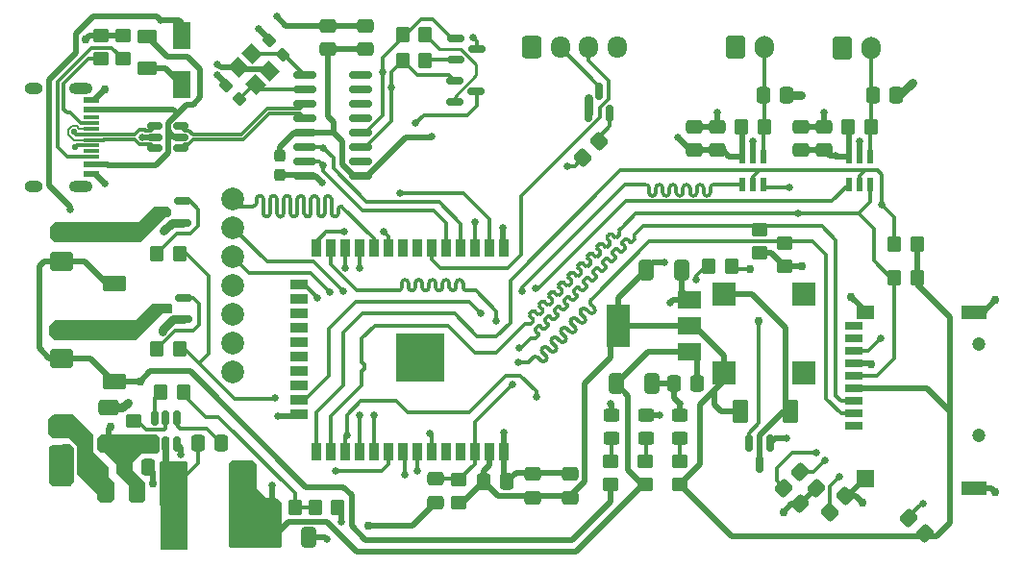
<source format=gbl>
G04 #@! TF.GenerationSoftware,KiCad,Pcbnew,7.0.1*
G04 #@! TF.CreationDate,2023-08-31T11:45:27+03:00*
G04 #@! TF.ProjectId,esp32_hotplate_digital,65737033-325f-4686-9f74-706c6174655f,rev?*
G04 #@! TF.SameCoordinates,Original*
G04 #@! TF.FileFunction,Copper,L2,Bot*
G04 #@! TF.FilePolarity,Positive*
%FSLAX46Y46*%
G04 Gerber Fmt 4.6, Leading zero omitted, Abs format (unit mm)*
G04 Created by KiCad (PCBNEW 7.0.1) date 2023-08-31 11:45:27*
%MOMM*%
%LPD*%
G01*
G04 APERTURE LIST*
G04 Aperture macros list*
%AMRoundRect*
0 Rectangle with rounded corners*
0 $1 Rounding radius*
0 $2 $3 $4 $5 $6 $7 $8 $9 X,Y pos of 4 corners*
0 Add a 4 corners polygon primitive as box body*
4,1,4,$2,$3,$4,$5,$6,$7,$8,$9,$2,$3,0*
0 Add four circle primitives for the rounded corners*
1,1,$1+$1,$2,$3*
1,1,$1+$1,$4,$5*
1,1,$1+$1,$6,$7*
1,1,$1+$1,$8,$9*
0 Add four rect primitives between the rounded corners*
20,1,$1+$1,$2,$3,$4,$5,0*
20,1,$1+$1,$4,$5,$6,$7,0*
20,1,$1+$1,$6,$7,$8,$9,0*
20,1,$1+$1,$8,$9,$2,$3,0*%
%AMRotRect*
0 Rectangle, with rotation*
0 The origin of the aperture is its center*
0 $1 length*
0 $2 width*
0 $3 Rotation angle, in degrees counterclockwise*
0 Add horizontal line*
21,1,$1,$2,0,0,$3*%
G04 Aperture macros list end*
G04 #@! TA.AperFunction,ComponentPad*
%ADD10C,2.000000*%
G04 #@! TD*
G04 #@! TA.AperFunction,SMDPad,CuDef*
%ADD11RoundRect,0.250000X-0.350000X-0.450000X0.350000X-0.450000X0.350000X0.450000X-0.350000X0.450000X0*%
G04 #@! TD*
G04 #@! TA.AperFunction,SMDPad,CuDef*
%ADD12RoundRect,0.250000X-0.337500X-0.475000X0.337500X-0.475000X0.337500X0.475000X-0.337500X0.475000X0*%
G04 #@! TD*
G04 #@! TA.AperFunction,SMDPad,CuDef*
%ADD13RoundRect,0.250000X0.450000X-0.350000X0.450000X0.350000X-0.450000X0.350000X-0.450000X-0.350000X0*%
G04 #@! TD*
G04 #@! TA.AperFunction,SMDPad,CuDef*
%ADD14R,2.200000X7.500000*%
G04 #@! TD*
G04 #@! TA.AperFunction,SMDPad,CuDef*
%ADD15RoundRect,0.250000X-0.450000X0.325000X-0.450000X-0.325000X0.450000X-0.325000X0.450000X0.325000X0*%
G04 #@! TD*
G04 #@! TA.AperFunction,SMDPad,CuDef*
%ADD16RoundRect,0.250000X0.475000X-0.337500X0.475000X0.337500X-0.475000X0.337500X-0.475000X-0.337500X0*%
G04 #@! TD*
G04 #@! TA.AperFunction,SMDPad,CuDef*
%ADD17R,1.450000X0.600000*%
G04 #@! TD*
G04 #@! TA.AperFunction,SMDPad,CuDef*
%ADD18R,1.450000X0.300000*%
G04 #@! TD*
G04 #@! TA.AperFunction,ComponentPad*
%ADD19O,1.600000X1.000000*%
G04 #@! TD*
G04 #@! TA.AperFunction,ComponentPad*
%ADD20O,2.100000X1.000000*%
G04 #@! TD*
G04 #@! TA.AperFunction,SMDPad,CuDef*
%ADD21RoundRect,0.250000X-0.450000X0.350000X-0.450000X-0.350000X0.450000X-0.350000X0.450000X0.350000X0*%
G04 #@! TD*
G04 #@! TA.AperFunction,ComponentPad*
%ADD22RoundRect,0.250000X-0.600000X-0.750000X0.600000X-0.750000X0.600000X0.750000X-0.600000X0.750000X0*%
G04 #@! TD*
G04 #@! TA.AperFunction,ComponentPad*
%ADD23O,1.700000X2.000000*%
G04 #@! TD*
G04 #@! TA.AperFunction,SMDPad,CuDef*
%ADD24RoundRect,0.150000X-0.825000X-0.150000X0.825000X-0.150000X0.825000X0.150000X-0.825000X0.150000X0*%
G04 #@! TD*
G04 #@! TA.AperFunction,SMDPad,CuDef*
%ADD25R,2.000000X2.000000*%
G04 #@! TD*
G04 #@! TA.AperFunction,ComponentPad*
%ADD26RoundRect,0.250000X0.750000X-0.600000X0.750000X0.600000X-0.750000X0.600000X-0.750000X-0.600000X0*%
G04 #@! TD*
G04 #@! TA.AperFunction,ComponentPad*
%ADD27O,2.000000X1.700000*%
G04 #@! TD*
G04 #@! TA.AperFunction,SMDPad,CuDef*
%ADD28RoundRect,0.250000X0.565685X0.070711X0.070711X0.565685X-0.565685X-0.070711X-0.070711X-0.565685X0*%
G04 #@! TD*
G04 #@! TA.AperFunction,SMDPad,CuDef*
%ADD29RoundRect,0.150000X-0.587500X-0.150000X0.587500X-0.150000X0.587500X0.150000X-0.587500X0.150000X0*%
G04 #@! TD*
G04 #@! TA.AperFunction,SMDPad,CuDef*
%ADD30R,1.550000X2.350000*%
G04 #@! TD*
G04 #@! TA.AperFunction,ComponentPad*
%ADD31RoundRect,0.250000X-0.600000X-0.725000X0.600000X-0.725000X0.600000X0.725000X-0.600000X0.725000X0*%
G04 #@! TD*
G04 #@! TA.AperFunction,ComponentPad*
%ADD32O,1.700000X1.950000*%
G04 #@! TD*
G04 #@! TA.AperFunction,SMDPad,CuDef*
%ADD33RoundRect,0.250000X0.070711X-0.565685X0.565685X-0.070711X-0.070711X0.565685X-0.565685X0.070711X0*%
G04 #@! TD*
G04 #@! TA.AperFunction,SMDPad,CuDef*
%ADD34RoundRect,0.250000X0.337500X0.475000X-0.337500X0.475000X-0.337500X-0.475000X0.337500X-0.475000X0*%
G04 #@! TD*
G04 #@! TA.AperFunction,SMDPad,CuDef*
%ADD35RoundRect,0.250000X-0.450000X-0.800000X0.450000X-0.800000X0.450000X0.800000X-0.450000X0.800000X0*%
G04 #@! TD*
G04 #@! TA.AperFunction,SMDPad,CuDef*
%ADD36RoundRect,0.250000X-0.625000X0.375000X-0.625000X-0.375000X0.625000X-0.375000X0.625000X0.375000X0*%
G04 #@! TD*
G04 #@! TA.AperFunction,ComponentPad*
%ADD37C,1.200000*%
G04 #@! TD*
G04 #@! TA.AperFunction,SMDPad,CuDef*
%ADD38R,1.600000X0.700000*%
G04 #@! TD*
G04 #@! TA.AperFunction,SMDPad,CuDef*
%ADD39R,1.500000X1.200000*%
G04 #@! TD*
G04 #@! TA.AperFunction,SMDPad,CuDef*
%ADD40R,2.200000X1.200000*%
G04 #@! TD*
G04 #@! TA.AperFunction,SMDPad,CuDef*
%ADD41R,1.500000X1.600000*%
G04 #@! TD*
G04 #@! TA.AperFunction,SMDPad,CuDef*
%ADD42RoundRect,0.250000X0.350000X0.450000X-0.350000X0.450000X-0.350000X-0.450000X0.350000X-0.450000X0*%
G04 #@! TD*
G04 #@! TA.AperFunction,SMDPad,CuDef*
%ADD43RoundRect,0.150000X0.587500X0.150000X-0.587500X0.150000X-0.587500X-0.150000X0.587500X-0.150000X0*%
G04 #@! TD*
G04 #@! TA.AperFunction,SMDPad,CuDef*
%ADD44RoundRect,0.250000X-0.412500X-0.650000X0.412500X-0.650000X0.412500X0.650000X-0.412500X0.650000X0*%
G04 #@! TD*
G04 #@! TA.AperFunction,SMDPad,CuDef*
%ADD45R,0.600000X1.200000*%
G04 #@! TD*
G04 #@! TA.AperFunction,SMDPad,CuDef*
%ADD46RotRect,1.400000X1.200000X315.000000*%
G04 #@! TD*
G04 #@! TA.AperFunction,SMDPad,CuDef*
%ADD47RoundRect,0.250000X-0.375000X-0.625000X0.375000X-0.625000X0.375000X0.625000X-0.375000X0.625000X0*%
G04 #@! TD*
G04 #@! TA.AperFunction,SMDPad,CuDef*
%ADD48RoundRect,0.250000X-0.070711X0.565685X-0.565685X0.070711X0.070711X-0.565685X0.565685X-0.070711X0*%
G04 #@! TD*
G04 #@! TA.AperFunction,SMDPad,CuDef*
%ADD49RoundRect,0.150000X0.150000X-0.512500X0.150000X0.512500X-0.150000X0.512500X-0.150000X-0.512500X0*%
G04 #@! TD*
G04 #@! TA.AperFunction,SMDPad,CuDef*
%ADD50RoundRect,0.250000X0.800000X-0.450000X0.800000X0.450000X-0.800000X0.450000X-0.800000X-0.450000X0*%
G04 #@! TD*
G04 #@! TA.AperFunction,SMDPad,CuDef*
%ADD51RoundRect,0.150000X-0.150000X0.587500X-0.150000X-0.587500X0.150000X-0.587500X0.150000X0.587500X0*%
G04 #@! TD*
G04 #@! TA.AperFunction,SMDPad,CuDef*
%ADD52RoundRect,0.250000X0.650000X-0.412500X0.650000X0.412500X-0.650000X0.412500X-0.650000X-0.412500X0*%
G04 #@! TD*
G04 #@! TA.AperFunction,SMDPad,CuDef*
%ADD53R,2.000000X1.500000*%
G04 #@! TD*
G04 #@! TA.AperFunction,SMDPad,CuDef*
%ADD54R,2.000000X3.800000*%
G04 #@! TD*
G04 #@! TA.AperFunction,SMDPad,CuDef*
%ADD55RoundRect,0.237500X-0.380070X0.044194X0.044194X-0.380070X0.380070X-0.044194X-0.044194X0.380070X0*%
G04 #@! TD*
G04 #@! TA.AperFunction,SMDPad,CuDef*
%ADD56R,0.900000X1.500000*%
G04 #@! TD*
G04 #@! TA.AperFunction,SMDPad,CuDef*
%ADD57R,1.500000X0.900000*%
G04 #@! TD*
G04 #@! TA.AperFunction,SMDPad,CuDef*
%ADD58R,1.050000X1.050000*%
G04 #@! TD*
G04 #@! TA.AperFunction,HeatsinkPad*
%ADD59C,0.600000*%
G04 #@! TD*
G04 #@! TA.AperFunction,SMDPad,CuDef*
%ADD60R,4.200000X4.200000*%
G04 #@! TD*
G04 #@! TA.AperFunction,SMDPad,CuDef*
%ADD61RoundRect,0.150000X0.150000X-0.587500X0.150000X0.587500X-0.150000X0.587500X-0.150000X-0.587500X0*%
G04 #@! TD*
G04 #@! TA.AperFunction,SMDPad,CuDef*
%ADD62RoundRect,0.237500X0.380070X-0.044194X-0.044194X0.380070X-0.380070X0.044194X0.044194X-0.380070X0*%
G04 #@! TD*
G04 #@! TA.AperFunction,SMDPad,CuDef*
%ADD63RoundRect,0.237500X-0.237500X0.300000X-0.237500X-0.300000X0.237500X-0.300000X0.237500X0.300000X0*%
G04 #@! TD*
G04 #@! TA.AperFunction,SMDPad,CuDef*
%ADD64RoundRect,0.150000X-0.512500X-0.150000X0.512500X-0.150000X0.512500X0.150000X-0.512500X0.150000X0*%
G04 #@! TD*
G04 #@! TA.AperFunction,ViaPad*
%ADD65C,0.650000*%
G04 #@! TD*
G04 #@! TA.AperFunction,ViaPad*
%ADD66C,0.760000*%
G04 #@! TD*
G04 #@! TA.AperFunction,ViaPad*
%ADD67C,0.580000*%
G04 #@! TD*
G04 #@! TA.AperFunction,Conductor*
%ADD68C,0.300000*%
G04 #@! TD*
G04 #@! TA.AperFunction,Conductor*
%ADD69C,0.500000*%
G04 #@! TD*
G04 #@! TA.AperFunction,Conductor*
%ADD70C,0.800000*%
G04 #@! TD*
G04 #@! TA.AperFunction,Conductor*
%ADD71C,0.310000*%
G04 #@! TD*
G04 #@! TA.AperFunction,Conductor*
%ADD72C,0.200000*%
G04 #@! TD*
G04 #@! TA.AperFunction,Conductor*
%ADD73C,0.250000*%
G04 #@! TD*
G04 APERTURE END LIST*
D10*
X62738000Y-68580000D03*
X62738000Y-71120000D03*
X62738000Y-73660000D03*
X62738000Y-76200000D03*
X62738000Y-78740000D03*
X62738000Y-81280000D03*
X62738000Y-83820000D03*
D11*
X104664000Y-74472800D03*
X106664000Y-74472800D03*
D12*
X109452500Y-59436000D03*
X111527500Y-59436000D03*
D13*
X102108000Y-93710000D03*
X102108000Y-91710000D03*
D14*
X57588162Y-95485599D03*
X63588162Y-95485599D03*
D15*
X99084001Y-87630002D03*
X99084001Y-89680002D03*
D16*
X103378000Y-64262000D03*
X103378000Y-62187000D03*
D17*
X50271800Y-66369000D03*
X50271800Y-65569000D03*
D18*
X50271800Y-64369000D03*
X50271800Y-63369000D03*
X50271800Y-62869000D03*
X50271800Y-61869000D03*
D17*
X50271800Y-60669000D03*
X50271800Y-59869000D03*
X50271800Y-59869000D03*
X50271800Y-60669000D03*
D18*
X50271800Y-61369000D03*
X50271800Y-62369000D03*
X50271800Y-63869000D03*
X50271800Y-64869000D03*
D17*
X50271800Y-65569000D03*
X50271800Y-66369000D03*
D19*
X45176800Y-67439000D03*
D20*
X49356800Y-67439000D03*
D19*
X45176800Y-58799000D03*
D20*
X49356800Y-58799000D03*
D21*
X109139100Y-71304400D03*
X109139100Y-73304400D03*
D22*
X116438000Y-55245000D03*
D23*
X118938000Y-55245000D03*
D11*
X69967600Y-95739599D03*
X71967600Y-95739599D03*
D24*
X69038000Y-66548000D03*
X69038000Y-65278000D03*
X69038000Y-64008000D03*
X69038000Y-62738000D03*
X69038000Y-61468000D03*
X69038000Y-60198000D03*
X69038000Y-58928000D03*
X69038000Y-57658000D03*
X73988000Y-57658000D03*
X73988000Y-58928000D03*
X73988000Y-60198000D03*
X73988000Y-61468000D03*
X73988000Y-62738000D03*
X73988000Y-64008000D03*
X73988000Y-65278000D03*
X73988000Y-66548000D03*
D25*
X105999400Y-83941800D03*
X105999400Y-76941800D03*
X112999400Y-76941800D03*
X112999400Y-83941800D03*
D26*
X47625000Y-82637000D03*
D27*
X47625000Y-80137000D03*
D16*
X92456000Y-94890500D03*
X92456000Y-92815500D03*
D28*
X123693907Y-98065307D03*
X122279693Y-96651093D03*
D16*
X80594200Y-95322300D03*
X80594200Y-93247300D03*
D21*
X53060600Y-54219600D03*
X53060600Y-56219600D03*
D29*
X82324500Y-56322000D03*
X82324500Y-54422000D03*
X84199500Y-55372000D03*
D30*
X58216800Y-54187200D03*
X58216800Y-58487200D03*
D31*
X89052400Y-55219600D03*
D32*
X91552400Y-55219600D03*
X94052400Y-55219600D03*
X96552400Y-55219600D03*
D16*
X89154000Y-94886600D03*
X89154000Y-92811600D03*
D13*
X96012000Y-93710000D03*
X96012000Y-91710000D03*
D33*
X93577693Y-64943707D03*
X94991907Y-63529493D03*
D34*
X103653500Y-84836000D03*
X101578500Y-84836000D03*
D35*
X107401000Y-87249000D03*
X111801000Y-87249000D03*
D36*
X55219600Y-54251400D03*
X55219600Y-57051400D03*
D11*
X66192162Y-95739599D03*
X68192162Y-95739599D03*
X77690000Y-56388000D03*
X79690000Y-56388000D03*
D37*
X128397000Y-81384600D03*
X128397000Y-89384600D03*
D38*
X117397000Y-88584600D03*
X117397000Y-87484600D03*
X117397000Y-86384600D03*
X117397000Y-85284600D03*
X117397000Y-84184600D03*
X117397000Y-83084600D03*
X117397000Y-81984600D03*
X117397000Y-80884600D03*
D39*
X118397000Y-78584600D03*
D40*
X127997000Y-78584600D03*
X127997000Y-94084600D03*
D41*
X118397000Y-93184600D03*
D38*
X117397000Y-79784600D03*
D42*
X118922000Y-62230000D03*
X116922000Y-62230000D03*
D21*
X82651600Y-93310200D03*
X82651600Y-95310200D03*
D26*
X47625000Y-74041000D03*
D27*
X47625000Y-71541000D03*
D11*
X56404000Y-85598000D03*
X58404000Y-85598000D03*
D43*
X58420000Y-77282000D03*
X58420000Y-79182000D03*
X56545000Y-78232000D03*
D22*
X107040000Y-55228000D03*
D23*
X109540000Y-55228000D03*
D11*
X120996200Y-75514200D03*
X122996200Y-75514200D03*
D42*
X58039000Y-81788000D03*
X56039000Y-81788000D03*
D34*
X61743500Y-90043000D03*
X59668500Y-90043000D03*
D44*
X96481500Y-84836000D03*
X99606500Y-84836000D03*
D16*
X105410000Y-64283500D03*
X105410000Y-62208500D03*
D45*
X107574000Y-64810000D03*
X108524000Y-64810000D03*
X109474000Y-64810000D03*
X109474000Y-67310000D03*
X108524000Y-67310000D03*
X107574000Y-67310000D03*
D13*
X53975000Y-90154000D03*
X53975000Y-88154000D03*
D42*
X109524000Y-62230000D03*
X107524000Y-62230000D03*
D15*
X96036002Y-87621000D03*
X96036002Y-89671000D03*
D46*
X64416223Y-55771142D03*
X65971858Y-57326777D03*
X64769777Y-58528858D03*
X63214142Y-56973223D03*
D15*
X102116001Y-87630000D03*
X102116001Y-89680000D03*
D47*
X51533600Y-94386400D03*
X54333600Y-94386400D03*
D48*
X116683507Y-94746093D03*
X115269293Y-96160307D03*
D49*
X57779999Y-90159000D03*
X56829999Y-90159000D03*
X55879999Y-90159000D03*
X55879999Y-87884000D03*
X56829999Y-87884000D03*
X57779999Y-87884000D03*
D44*
X66264662Y-98406599D03*
X69389662Y-98406599D03*
D28*
X112674400Y-95453200D03*
X111260186Y-94038986D03*
D50*
X52324000Y-75987000D03*
X52324000Y-71587000D03*
D51*
X108143000Y-90043000D03*
X110043000Y-90043000D03*
X109093000Y-91918000D03*
D28*
X114071400Y-94056200D03*
X112657186Y-92641986D03*
D52*
X51816000Y-90081500D03*
X51816000Y-86956500D03*
D11*
X77690000Y-54102000D03*
X79690000Y-54102000D03*
D53*
X102972000Y-77456000D03*
X102972000Y-79756000D03*
D54*
X96672000Y-79756000D03*
D53*
X102972000Y-82056000D03*
D12*
X119104500Y-59436000D03*
X121179500Y-59436000D03*
D13*
X99060000Y-93710001D03*
X99060000Y-91710001D03*
D55*
X62120648Y-58572120D03*
X63340408Y-59791880D03*
D56*
X86589000Y-90871000D03*
X85319000Y-90871000D03*
X84049000Y-90871000D03*
X82779000Y-90871000D03*
X81509000Y-90871000D03*
X80239000Y-90871000D03*
X78969000Y-90871000D03*
X77699000Y-90871000D03*
X76429000Y-90871000D03*
X75159000Y-90871000D03*
X73889000Y-90871000D03*
X72619000Y-90871000D03*
X71349000Y-90871000D03*
X70079000Y-90871000D03*
D57*
X68539000Y-87581000D03*
X68539000Y-86311000D03*
X68539000Y-85041000D03*
X68539000Y-83771000D03*
X68539000Y-82501000D03*
X68539000Y-81231000D03*
X68539000Y-79961000D03*
X68539000Y-78691000D03*
X68539000Y-77421000D03*
X68539000Y-76151000D03*
D56*
X70079000Y-72871000D03*
X71349000Y-72871000D03*
X72619000Y-72871000D03*
X73889000Y-72871000D03*
X75159000Y-72871000D03*
X76429000Y-72871000D03*
X77699000Y-72871000D03*
X78969000Y-72871000D03*
X80239000Y-72871000D03*
X81509000Y-72871000D03*
X82779000Y-72871000D03*
X84049000Y-72871000D03*
X85319000Y-72871000D03*
X86589000Y-72871000D03*
D58*
X77724000Y-84076000D03*
D59*
X78486500Y-84076000D03*
D58*
X79249000Y-84076000D03*
D59*
X80011500Y-84076000D03*
D58*
X80774000Y-84076000D03*
D59*
X77724000Y-83313500D03*
X79249000Y-83313500D03*
X80774000Y-83313500D03*
D58*
X77724000Y-82551000D03*
D59*
X78486500Y-82551000D03*
D58*
X79249000Y-82551000D03*
D60*
X79249000Y-82551000D03*
D59*
X80011500Y-82551000D03*
D58*
X80774000Y-82551000D03*
D59*
X77724000Y-81788500D03*
X79249000Y-81788500D03*
X80774000Y-81788500D03*
D58*
X77724000Y-81026000D03*
D59*
X78486500Y-81026000D03*
D58*
X79249000Y-81026000D03*
D59*
X80011500Y-81026000D03*
D58*
X80774000Y-81026000D03*
D26*
X47625000Y-91146000D03*
D27*
X47625000Y-88646000D03*
D42*
X58023000Y-73406000D03*
X56023000Y-73406000D03*
D16*
X112776000Y-64283500D03*
X112776000Y-62208500D03*
D45*
X116972000Y-64810000D03*
X117922000Y-64810000D03*
X118872000Y-64810000D03*
X118872000Y-67310000D03*
X117922000Y-67310000D03*
X116972000Y-67310000D03*
D16*
X74372000Y-55393500D03*
X74372000Y-53318500D03*
D21*
X51104800Y-54219600D03*
X51104800Y-56219600D03*
D61*
X95946000Y-61008500D03*
X94046000Y-61008500D03*
X94996000Y-59133500D03*
D16*
X114808000Y-64283500D03*
X114808000Y-62208500D03*
D44*
X99110000Y-74828400D03*
X102235000Y-74828400D03*
D62*
X67150408Y-55854880D03*
X65930648Y-54635120D03*
D21*
X111348900Y-72488800D03*
X111348900Y-74488800D03*
D63*
X66903600Y-64771100D03*
X66903600Y-66496100D03*
D50*
X52324000Y-84623000D03*
X52324000Y-80223000D03*
D43*
X58293000Y-68773000D03*
X58293000Y-70673000D03*
X56418000Y-69723000D03*
D64*
X55880000Y-64069000D03*
X55880000Y-63119000D03*
X55880000Y-62169000D03*
X58155000Y-62169000D03*
X58155000Y-63119000D03*
X58155000Y-64069000D03*
D12*
X84814500Y-93472000D03*
X86889500Y-93472000D03*
D11*
X120996200Y-72542400D03*
X122996200Y-72542400D03*
D29*
X82246000Y-60066000D03*
X82246000Y-58166000D03*
X84121000Y-59116000D03*
D12*
X53191500Y-92176600D03*
X55266500Y-92176600D03*
D16*
X71070000Y-55393500D03*
X71070000Y-53318500D03*
D65*
X112471200Y-69875400D03*
X119888000Y-69088000D03*
X100711000Y-74168000D03*
X101955600Y-63169800D03*
X80271835Y-63111165D03*
D66*
X112847500Y-74463400D03*
D65*
X115824000Y-64770000D03*
D66*
X51993800Y-88671400D03*
X54569000Y-84623000D03*
D65*
X111455200Y-89636600D03*
D66*
X48133000Y-93319600D03*
X117170200Y-77195600D03*
D65*
X86614000Y-89154000D03*
X66675000Y-87706200D03*
D66*
X55676800Y-93649800D03*
D65*
X72272162Y-97009599D03*
D66*
X51485800Y-58902600D03*
D65*
X102108000Y-86614000D03*
X112776000Y-59436000D03*
D66*
X118160800Y-95326200D03*
D65*
X101219000Y-77724000D03*
X56642000Y-71374000D03*
D66*
X49784000Y-54559200D03*
D65*
X96012000Y-86614000D03*
D66*
X74650600Y-97358200D03*
D65*
X71002162Y-98533599D03*
X117922000Y-63500000D03*
X86512400Y-71094600D03*
D66*
X47117000Y-92608400D03*
D65*
X54737000Y-63119000D03*
X65016528Y-53594000D03*
X70612000Y-67157600D03*
X94046000Y-59690000D03*
D66*
X111252000Y-96139000D03*
D65*
X66598800Y-52527200D03*
X56515000Y-80264000D03*
X61333528Y-57658000D03*
X114808000Y-60960000D03*
X108524000Y-63500000D03*
X100330000Y-87630000D03*
X58166000Y-91109800D03*
D66*
X129819400Y-94361000D03*
D65*
X51435000Y-67183000D03*
X53467000Y-86487000D03*
X122555000Y-58293000D03*
X61391800Y-56692800D03*
D66*
X118897400Y-83134200D03*
D65*
X105410000Y-60960000D03*
D66*
X129889200Y-77475000D03*
D65*
X66167000Y-93827600D03*
X48412400Y-69494400D03*
X56362600Y-52806600D03*
X111709200Y-67576500D03*
X119811800Y-80873600D03*
X72644000Y-74676000D03*
X88239600Y-76682600D03*
X73914000Y-74676000D03*
X89382600Y-76479400D03*
D67*
X48768000Y-62687200D03*
X48834869Y-64017331D03*
D66*
X108254800Y-74726800D03*
X109067600Y-79298800D03*
D65*
X123469400Y-95377000D03*
X103505000Y-75692000D03*
X84049000Y-70612400D03*
X66421000Y-86106000D03*
X71805800Y-92532200D03*
X116103400Y-93040200D03*
X80111600Y-89255600D03*
X78994000Y-92557600D03*
X114084100Y-90893900D03*
X114909600Y-91567000D03*
X77851000Y-92913200D03*
X75184000Y-87630000D03*
X72415400Y-76733400D03*
X71261747Y-76794853D03*
X73914000Y-87630000D03*
X92151200Y-65684400D03*
X89433400Y-85979000D03*
X72771000Y-89408000D03*
X84556600Y-78663800D03*
X87960200Y-81686400D03*
X70185200Y-77287200D03*
X83870800Y-54356000D03*
X72517000Y-71475600D03*
X76034900Y-71462900D03*
X70662800Y-65608200D03*
X70713600Y-64109600D03*
X77470000Y-68072000D03*
X87376000Y-84912200D03*
X78841600Y-61874400D03*
X87884000Y-82931000D03*
X85953600Y-79324200D03*
X76657200Y-58724800D03*
X75896000Y-57404000D03*
D68*
X108524000Y-66634400D02*
X109118400Y-66040000D01*
X117805200Y-69875400D02*
X112471200Y-69875400D01*
X117830600Y-69850000D02*
X117805200Y-69875400D01*
X112471200Y-69875400D02*
X112445800Y-69850000D01*
X119507000Y-66040000D02*
X118414800Y-66040000D01*
X119151400Y-73990200D02*
X119151400Y-71170800D01*
X121005600Y-75844400D02*
X119151400Y-73990200D01*
X121005600Y-82651600D02*
X121005600Y-75844400D01*
X119472600Y-84184600D02*
X121005600Y-82651600D01*
X119151400Y-71170800D02*
X117830600Y-69850000D01*
X117397000Y-84184600D02*
X119472600Y-84184600D01*
X118872000Y-68808600D02*
X117830600Y-69850000D01*
X118872000Y-67310000D02*
X118872000Y-68808600D01*
X109118400Y-66040000D02*
X118414800Y-66040000D01*
X97282000Y-67310000D02*
X88239600Y-76352400D01*
X99379800Y-68010000D02*
X99379800Y-67610000D01*
X99979800Y-67610000D02*
X99979800Y-68010000D01*
X100579800Y-68010000D02*
X100579800Y-67610000D01*
X101179800Y-67610000D02*
X101179800Y-68010000D01*
X101779800Y-68010000D02*
X101779800Y-67610000D01*
X102379800Y-67610000D02*
X102379800Y-68010000D01*
X99079800Y-67310000D02*
X98429800Y-67310000D01*
X102979800Y-68010000D02*
X102979800Y-67610000D01*
X104179800Y-68010000D02*
X104179800Y-67610000D01*
X104779800Y-67610000D02*
X104779800Y-68010000D01*
X107574000Y-67310000D02*
X105079800Y-67310000D01*
X88239600Y-76352400D02*
X88239600Y-76682600D01*
X99379800Y-67610000D02*
G75*
G03*
X99079800Y-67310000I-300000J0D01*
G01*
X99379800Y-68010000D02*
G75*
G03*
X99679800Y-68310000I300000J0D01*
G01*
X98429800Y-67310000D02*
X97282000Y-67310000D01*
X99679800Y-68310000D02*
G75*
G03*
X99979800Y-68010000I0J300000D01*
G01*
X100579800Y-67610000D02*
G75*
G03*
X100279800Y-67310000I-300000J0D01*
G01*
X100879800Y-68310000D02*
G75*
G03*
X101179800Y-68010000I0J300000D01*
G01*
X101479800Y-67310000D02*
G75*
G03*
X101179800Y-67610000I0J-300000D01*
G01*
X103579800Y-67610000D02*
X103579800Y-68010000D01*
X101779800Y-67610000D02*
G75*
G03*
X101479800Y-67310000I-300000J0D01*
G01*
X102079800Y-68310000D02*
G75*
G03*
X102379800Y-68010000I0J300000D01*
G01*
X102679800Y-67310000D02*
G75*
G03*
X102379800Y-67610000I0J-300000D01*
G01*
X102979800Y-67610000D02*
G75*
G03*
X102679800Y-67310000I-300000J0D01*
G01*
X100279800Y-67310000D02*
G75*
G03*
X99979800Y-67610000I0J-300000D01*
G01*
X103279800Y-68310000D02*
G75*
G03*
X103579800Y-68010000I0J300000D01*
G01*
X102979800Y-68010000D02*
G75*
G03*
X103279800Y-68310000I300000J0D01*
G01*
X101779800Y-68010000D02*
G75*
G03*
X102079800Y-68310000I300000J0D01*
G01*
X103879800Y-67310000D02*
G75*
G03*
X103579800Y-67610000I0J-300000D01*
G01*
X104179800Y-68010000D02*
G75*
G03*
X104479800Y-68310000I300000J0D01*
G01*
X104179800Y-67610000D02*
G75*
G03*
X103879800Y-67310000I-300000J0D01*
G01*
X104479800Y-68310000D02*
G75*
G03*
X104779800Y-68010000I0J300000D01*
G01*
X105079800Y-67310000D02*
G75*
G03*
X104779800Y-67610000I0J-300000D01*
G01*
X100579800Y-68010000D02*
G75*
G03*
X100879800Y-68310000I300000J0D01*
G01*
X108524000Y-67310000D02*
X108524000Y-66634400D01*
X96875600Y-66040000D02*
X109118400Y-66040000D01*
X117922000Y-66532800D02*
X118414800Y-66040000D01*
X117922000Y-67310000D02*
X117922000Y-66532800D01*
X120996200Y-70196200D02*
X119888000Y-69088000D01*
X119888000Y-66421000D02*
X119888000Y-69088000D01*
X96254083Y-66661513D02*
X96875600Y-66040000D01*
X96254083Y-66661517D02*
X96254083Y-66661513D01*
X87147400Y-75768200D02*
X96254083Y-66661517D01*
X87147400Y-79476600D02*
X87147400Y-75768200D01*
X74117200Y-78689200D02*
X82245200Y-78689200D01*
X82245200Y-78689200D02*
X84251800Y-80695800D01*
X84251800Y-80695800D02*
X85928200Y-80695800D01*
X72440800Y-80365600D02*
X74117200Y-78689200D01*
X72440800Y-84988400D02*
X72440800Y-80365600D01*
X85928200Y-80695800D02*
X87147400Y-79476600D01*
X70079000Y-90871000D02*
X70079000Y-87350200D01*
X70079000Y-87350200D02*
X72440800Y-84988400D01*
X119507000Y-66040000D02*
X119888000Y-66421000D01*
X120996200Y-70196200D02*
X120996200Y-72542400D01*
X90298070Y-82395877D02*
X90298070Y-82395876D01*
X90015227Y-82113034D02*
X90298070Y-82395877D01*
X89873806Y-82820142D02*
X89590964Y-82537300D01*
X89590963Y-82537301D02*
G75*
G03*
X89166701Y-82537301I-212131J-212131D01*
G01*
X91146599Y-81547348D02*
X91146599Y-81547347D01*
X90015229Y-81688771D02*
X90015227Y-81688770D01*
X90722335Y-81971613D02*
X90439493Y-81688771D01*
X89873807Y-82820141D02*
G75*
G03*
X90298069Y-82820141I212131J212131D01*
G01*
X90015225Y-81688768D02*
G75*
G03*
X90015227Y-82113034I212175J-212132D01*
G01*
X90722336Y-81971612D02*
G75*
G03*
X91146598Y-81971612I212131J212131D01*
G01*
X90298061Y-82820133D02*
G75*
G03*
X90298070Y-82395876I-212161J212133D01*
G01*
X90863756Y-81264505D02*
X91146599Y-81547348D01*
X91146619Y-81971633D02*
G75*
G03*
X91146599Y-81547347I-212119J212133D01*
G01*
X90863758Y-80840242D02*
X90863756Y-80840241D01*
X91570864Y-81123084D02*
X91288022Y-80840242D01*
X91570865Y-81123083D02*
G75*
G03*
X91995127Y-81123083I212131J212131D01*
G01*
X90439492Y-81688772D02*
G75*
G03*
X90015230Y-81688772I-212131J-212131D01*
G01*
X91995128Y-80698819D02*
X91995128Y-80698818D01*
X91288021Y-80840243D02*
G75*
G03*
X90863759Y-80840243I-212131J-212131D01*
G01*
X90863783Y-80840268D02*
G75*
G03*
X90863756Y-81264505I212117J-212132D01*
G01*
X91995177Y-81123133D02*
G75*
G03*
X91995128Y-80698818I-212177J212133D01*
G01*
X91712285Y-80415976D02*
X91995128Y-80698819D01*
X91712287Y-79991713D02*
X91712285Y-79991712D01*
X92419393Y-80274555D02*
X92136551Y-79991713D01*
X92843657Y-79850290D02*
X92843657Y-79850289D01*
X92136550Y-79991714D02*
G75*
G03*
X91712288Y-79991714I-212131J-212131D01*
G01*
X91712241Y-79991668D02*
G75*
G03*
X91712285Y-80415976I212159J-212132D01*
G01*
X92419394Y-80274554D02*
G75*
G03*
X92843656Y-80274554I212131J212131D01*
G01*
X92560814Y-79567447D02*
X92843657Y-79850290D01*
X92560816Y-79143184D02*
X92560814Y-79143183D01*
X93267922Y-79426026D02*
X92985080Y-79143184D01*
X92843634Y-80274532D02*
G75*
G03*
X92843656Y-79850290I-212134J212132D01*
G01*
X93692186Y-79001761D02*
X93692186Y-79001760D01*
X93409343Y-78718918D02*
X93692186Y-79001761D01*
X92560799Y-79143168D02*
G75*
G03*
X92560814Y-79567447I212101J-212132D01*
G01*
X93267923Y-79426025D02*
G75*
G03*
X93692185Y-79426025I212131J212131D01*
G01*
X92985079Y-79143185D02*
G75*
G03*
X92560817Y-79143185I-212131J-212131D01*
G01*
X93692193Y-79426033D02*
G75*
G03*
X93692186Y-79001760I-212093J212133D01*
G01*
X93409345Y-78294655D02*
X93409343Y-78294654D01*
X94540715Y-78153232D02*
X94540715Y-78153231D01*
X94116451Y-78577497D02*
X93833609Y-78294655D01*
X94116452Y-78577496D02*
G75*
G03*
X94540714Y-78577496I212131J212131D01*
G01*
X93833608Y-78294656D02*
G75*
G03*
X93409346Y-78294656I-212131J-212131D01*
G01*
X94540751Y-78577533D02*
G75*
G03*
X94540715Y-78153231I-212151J212133D01*
G01*
X93409358Y-78294669D02*
G75*
G03*
X93409344Y-78718917I212142J-212131D01*
G01*
X94257872Y-77870389D02*
X94540715Y-78153232D01*
X94257916Y-77446169D02*
G75*
G03*
X94257873Y-77870388I212084J-212131D01*
G01*
X117397000Y-87484600D02*
X116297000Y-87484600D01*
X88773000Y-82931000D02*
X87884000Y-82931000D01*
X116297000Y-87484600D02*
X114960400Y-86148000D01*
X114960400Y-86148000D02*
X114960400Y-73507600D01*
X99390200Y-72313800D02*
X94257872Y-77446125D01*
X114960400Y-73507600D02*
X113766600Y-72313800D01*
X113766600Y-72313800D02*
X99390200Y-72313800D01*
X89166700Y-82537300D02*
X88773000Y-82931000D01*
X89998648Y-78290171D02*
X89998647Y-78290171D01*
X88722436Y-79565494D02*
G75*
G03*
X88963960Y-79565498I120764J120794D01*
G01*
X89149648Y-79379765D02*
G75*
G03*
X89149671Y-79138258I-120748J120765D01*
G01*
X88722430Y-79565500D02*
G75*
G03*
X88480900Y-79565500I-120765J-120763D01*
G01*
X89574391Y-78714429D02*
G75*
G03*
X89816803Y-78714435I121209J121229D01*
G01*
X89331989Y-78472038D02*
G75*
G03*
X89089611Y-78472038I-121189J-121162D01*
G01*
X88907704Y-78653912D02*
G75*
G03*
X88907720Y-78896304I121196J-121188D01*
G01*
X89824730Y-79787539D02*
G75*
G03*
X89612600Y-79787539I-106065J-106065D01*
G01*
X89188331Y-80848201D02*
G75*
G03*
X88976201Y-80848201I-106065J-106065D01*
G01*
X89612595Y-80636066D02*
G75*
G03*
X89612596Y-80423935I-106095J106066D01*
G01*
X89188334Y-80848198D02*
G75*
G03*
X89400465Y-80848199I106066J106098D01*
G01*
X89612599Y-79787538D02*
X89400465Y-79999671D01*
X89612596Y-80636067D02*
X89400465Y-80848199D01*
X89930798Y-79893605D02*
X89824731Y-79787538D01*
X90036863Y-79999669D02*
X89930798Y-79893605D01*
X89816802Y-78714436D02*
X89998647Y-78532590D01*
X89149672Y-79138257D02*
X89149671Y-79138257D01*
X89331987Y-78472038D02*
X89574384Y-78714436D01*
X88963961Y-79565499D02*
X88963960Y-79565500D01*
X88963960Y-79565500D02*
X89149671Y-79379788D01*
X89331988Y-78472039D02*
X89331987Y-78472038D01*
X89149671Y-79138257D02*
X88907720Y-78896304D01*
X89816803Y-78714435D02*
X89816802Y-78714436D01*
X88907720Y-78653928D02*
X89089611Y-78472038D01*
X89506529Y-80317868D02*
X89612596Y-80423935D01*
X89400465Y-80211803D02*
X89506529Y-80317868D01*
X89400428Y-79999634D02*
G75*
G03*
X89400465Y-80211803I106072J-106066D01*
G01*
X90180518Y-77623507D02*
X90422893Y-77865883D01*
X89998647Y-78290171D02*
X89756251Y-78047773D01*
X89756266Y-77805412D02*
G75*
G03*
X89756251Y-78047773I121134J-121188D01*
G01*
X90422893Y-77865883D02*
G75*
G03*
X90665269Y-77865883I121188J121187D01*
G01*
X89998667Y-78532610D02*
G75*
G03*
X89998648Y-78290171I-121267J121210D01*
G01*
X90248990Y-79151134D02*
G75*
G03*
X90248996Y-79363272I106110J-106066D01*
G01*
X90673261Y-78939008D02*
G75*
G03*
X90461131Y-78939008I-106065J-106065D01*
G01*
X90461157Y-79787566D02*
G75*
G03*
X90461127Y-79575404I-106057J106066D01*
G01*
X90355060Y-79469337D02*
X90461127Y-79575404D01*
X89756251Y-77805397D02*
X89938142Y-77623507D01*
X90665269Y-77865883D02*
X90847157Y-77683994D01*
X90180519Y-77623508D02*
X90180518Y-77623507D01*
X90885394Y-79151138D02*
X90779329Y-79045074D01*
X90779329Y-79045074D02*
X90673262Y-78939007D01*
X90461130Y-78939007D02*
X90248996Y-79151140D01*
X90248996Y-79363272D02*
X90355060Y-79469337D01*
X90461127Y-79787536D02*
X90248995Y-79999669D01*
X90180489Y-77623538D02*
G75*
G03*
X89938142Y-77623507I-121189J-121162D01*
G01*
X90036864Y-79999668D02*
G75*
G03*
X90248994Y-79999668I106065J106065D01*
G01*
X90847151Y-77683988D02*
G75*
G03*
X90847157Y-77441618I-121151J121188D01*
G01*
X91029088Y-76774939D02*
G75*
G03*
X90786674Y-76774977I-121188J-121261D01*
G01*
X91271424Y-77017352D02*
G75*
G03*
X91513800Y-77017352I121188J121187D01*
G01*
X90604828Y-76956912D02*
G75*
G03*
X90604782Y-77199242I121172J-121188D01*
G01*
X91097552Y-78302634D02*
G75*
G03*
X91097527Y-78514741I106048J-106066D01*
G01*
X90885395Y-79151137D02*
G75*
G03*
X91097525Y-79151137I106065J106065D01*
G01*
X91521792Y-78090477D02*
G75*
G03*
X91309662Y-78090477I-106065J-106065D01*
G01*
X91309618Y-78938965D02*
G75*
G03*
X91309657Y-78726874I-106018J106065D01*
G01*
X91309661Y-78090476D02*
X91097527Y-78302609D01*
X91733925Y-78302607D02*
X91627860Y-78196543D01*
X91627860Y-78196543D02*
X91521793Y-78090476D01*
X90604782Y-76956866D02*
X90786673Y-76774976D01*
X91513800Y-77017352D02*
X91695688Y-76835463D01*
X90847157Y-77441618D02*
X90725968Y-77320429D01*
X90725968Y-77320429D02*
X90604782Y-77199242D01*
X91029050Y-76774977D02*
X91029049Y-76774976D01*
X91029049Y-76774976D02*
X91271424Y-77017352D01*
X91309658Y-78939005D02*
X91097526Y-79151138D01*
X91203591Y-78620806D02*
X91309658Y-78726873D01*
X91097527Y-78514741D02*
X91203591Y-78620806D01*
X92544210Y-75744547D02*
X92423030Y-75623367D01*
X91574499Y-76471898D02*
X91453313Y-76350711D01*
X91453313Y-76108335D02*
X91635204Y-75926445D01*
X92362304Y-76168812D02*
X92544210Y-75986905D01*
X91695688Y-76593087D02*
X91574499Y-76471898D01*
X91877589Y-75926438D02*
G75*
G03*
X91635204Y-75926445I-121189J-121162D01*
G01*
X91695713Y-76835488D02*
G75*
G03*
X91695688Y-76593087I-121213J121188D01*
G01*
X91453290Y-76108312D02*
G75*
G03*
X91453313Y-76350711I121210J-121188D01*
G01*
X92119947Y-76168811D02*
G75*
G03*
X92362303Y-76168811I121178J121178D01*
G01*
X92370323Y-77241946D02*
G75*
G03*
X92158193Y-77241946I-106065J-106065D01*
G01*
X91946014Y-77454034D02*
G75*
G03*
X91946058Y-77666210I106086J-106066D01*
G01*
X92158192Y-77241945D02*
X91946058Y-77454078D01*
X92158189Y-78090474D02*
X91946057Y-78302607D01*
X92052122Y-77772275D02*
X92158189Y-77878342D01*
X91946058Y-77666210D02*
X92052122Y-77772275D01*
X91877580Y-75926445D02*
X92119946Y-76168812D01*
X91877581Y-75926446D02*
X91877580Y-75926445D01*
X92582456Y-77454076D02*
X92476391Y-77348012D01*
X92476391Y-77348012D02*
X92370324Y-77241945D01*
X92158181Y-78090466D02*
G75*
G03*
X92158189Y-77878342I-106081J106066D01*
G01*
X91733926Y-78302606D02*
G75*
G03*
X91946056Y-78302606I106065J106065D01*
G01*
X92301870Y-75259882D02*
X92483813Y-75077940D01*
X92726137Y-75077940D02*
X92847300Y-75199103D01*
X92544184Y-75986879D02*
G75*
G03*
X92544210Y-75744547I-121184J121179D01*
G01*
X92301826Y-75259838D02*
G75*
G03*
X92301870Y-75502206I121174J-121162D01*
G01*
X92726137Y-75077940D02*
G75*
G03*
X92483813Y-75077940I-121162J-121165D01*
G01*
X92794577Y-76605535D02*
G75*
G03*
X92794590Y-76817678I106123J-106065D01*
G01*
X93006742Y-77241965D02*
G75*
G03*
X93006719Y-77029812I-106042J106065D01*
G01*
X93006720Y-77241943D02*
X92794588Y-77454076D01*
X93006723Y-76393414D02*
X92794589Y-76605547D01*
X92900653Y-76923744D02*
X93006720Y-77029811D01*
X93271561Y-74774836D02*
X93150406Y-74653680D01*
X92423030Y-75623367D02*
X92301870Y-75502206D01*
X92847300Y-75199103D02*
X92968486Y-75320290D01*
X92794589Y-76817679D02*
X92900653Y-76923744D01*
X93324922Y-76499481D02*
X93218855Y-76393414D01*
X92582457Y-77454075D02*
G75*
G03*
X92794587Y-77454075I106065J106065D01*
G01*
X93574673Y-74229414D02*
X93817017Y-74471759D01*
X93392750Y-74896025D02*
X93271561Y-74774836D01*
X92968486Y-75320290D02*
G75*
G03*
X93210862Y-75320290I121188J121187D01*
G01*
X93150383Y-74411343D02*
G75*
G03*
X93150406Y-74653680I121217J-121157D01*
G01*
X93392737Y-75138388D02*
G75*
G03*
X93392750Y-74896025I-121137J121188D01*
G01*
X93817017Y-74471759D02*
G75*
G03*
X94059393Y-74471759I121188J121187D01*
G01*
X93643138Y-75757034D02*
G75*
G03*
X93643120Y-75969148I106062J-106066D01*
G01*
X93855204Y-76393365D02*
G75*
G03*
X93855250Y-76181281I-106004J106065D01*
G01*
X94067385Y-75544884D02*
G75*
G03*
X93855255Y-75544884I-106065J-106065D01*
G01*
X93855254Y-75544883D02*
X93643120Y-75757016D01*
X93855251Y-76393412D02*
X93643119Y-76605545D01*
X93643120Y-75969148D02*
X93749184Y-76075213D01*
X93150405Y-74411365D02*
X93150406Y-74411364D01*
X93210862Y-75320290D02*
X93392750Y-75138401D01*
X93574672Y-74229413D02*
X93574673Y-74229414D01*
X93150406Y-74411364D02*
X93332357Y-74229414D01*
X93749184Y-76075213D02*
X93855251Y-76181280D01*
X93430987Y-76605545D02*
X93324922Y-76499481D01*
X94173453Y-75650950D02*
X94067386Y-75544883D01*
X93430988Y-76605544D02*
G75*
G03*
X93643118Y-76605544I106065J106065D01*
G01*
X93218854Y-76393415D02*
G75*
G03*
X93006724Y-76393415I-106065J-106065D01*
G01*
X94059393Y-74471759D02*
X94241281Y-74289870D01*
X94120092Y-73926305D02*
X93998911Y-73805123D01*
X93574657Y-74229428D02*
G75*
G03*
X93332357Y-74229414I-121157J-121172D01*
G01*
X94241299Y-74289888D02*
G75*
G03*
X94241281Y-74047494I-121199J121188D01*
G01*
X94279519Y-75757013D02*
G75*
G03*
X94491649Y-75757013I106065J106065D01*
G01*
X94597715Y-75226682D02*
X94703782Y-75332749D01*
X94279518Y-75757014D02*
X94173453Y-75650950D01*
X94491651Y-75120617D02*
X94597715Y-75226682D01*
X94241281Y-74047494D02*
X94120092Y-73926305D01*
X94703782Y-75544881D02*
X94491650Y-75757014D01*
X94703785Y-74696352D02*
X94491651Y-74908485D01*
X94491700Y-74908534D02*
G75*
G03*
X94491651Y-75120617I106000J-106066D01*
G01*
X94907846Y-73623202D02*
X95089786Y-73441261D01*
X93998912Y-73562755D02*
X94180810Y-73380858D01*
X94423177Y-73380857D02*
X94423178Y-73380857D01*
X94665523Y-73623201D02*
G75*
G03*
X94907845Y-73623201I121161J121161D01*
G01*
X93998871Y-73562717D02*
G75*
G03*
X93998911Y-73805123I121229J-121183D01*
G01*
X95128050Y-74908482D02*
G75*
G03*
X95340180Y-74908482I106065J106065D01*
G01*
X94915916Y-74696353D02*
G75*
G03*
X94703786Y-74696353I-106065J-106065D01*
G01*
X94703767Y-75544866D02*
G75*
G03*
X94703782Y-75332749I-106067J106066D01*
G01*
X95340162Y-74059934D02*
G75*
G03*
X95340182Y-74272086I106038J-106066D01*
G01*
X95128049Y-74908483D02*
X95021984Y-74802419D01*
X95446246Y-74378151D02*
X95552313Y-74484218D01*
X95552316Y-73847821D02*
X95340182Y-74059954D01*
X95552313Y-74696350D02*
X95340181Y-74908483D01*
X93998910Y-73562756D02*
X93998912Y-73562755D01*
X94423178Y-73380857D02*
X94665522Y-73623202D01*
X95021984Y-74802419D02*
X94915917Y-74696352D01*
X95340182Y-74272086D02*
X95446246Y-74378151D01*
X94968623Y-73077774D02*
X94847446Y-72956596D01*
X94423183Y-73380851D02*
G75*
G03*
X94180810Y-73380858I-121183J-121149D01*
G01*
X95089787Y-73441262D02*
G75*
G03*
X95089786Y-73198937I-121187J121162D01*
G01*
X95552329Y-74696366D02*
G75*
G03*
X95552313Y-74484218I-106129J106066D01*
G01*
X95089786Y-73198937D02*
X94968623Y-73077774D01*
X95976580Y-74059952D02*
X95870515Y-73953888D01*
X95870515Y-73953888D02*
X95764448Y-73847821D01*
X95764447Y-73847822D02*
G75*
G03*
X95552317Y-73847822I-106065J-106065D01*
G01*
X94847446Y-72714238D02*
X95029355Y-72532330D01*
X94847429Y-72714221D02*
G75*
G03*
X94847446Y-72956596I121171J-121179D01*
G01*
X95271713Y-72532330D02*
G75*
G03*
X95029355Y-72532330I-121179J-121182D01*
G01*
X95514079Y-72774697D02*
G75*
G03*
X95756455Y-72774697I121188J121187D01*
G01*
X96188724Y-73211434D02*
G75*
G03*
X96188713Y-73423555I106076J-106066D01*
G01*
X95976581Y-74059951D02*
G75*
G03*
X96188711Y-74059951I106065J106065D01*
G01*
X96400891Y-73847866D02*
G75*
G03*
X96400844Y-73635687I-106091J106066D01*
G01*
X96400847Y-72999290D02*
X96188713Y-73211423D01*
X96400844Y-73847819D02*
X96188712Y-74059952D01*
X95271713Y-72532330D02*
X95392893Y-72653510D01*
X95392893Y-72653510D02*
X95514079Y-72774697D01*
X95756455Y-72774697D02*
X95938343Y-72592808D01*
X96294777Y-73529620D02*
X96400844Y-73635687D01*
X96188713Y-73423555D02*
X96294777Y-73529620D01*
X96120235Y-71683790D02*
X96362200Y-71925756D01*
X95938343Y-72350432D02*
X95817154Y-72229243D01*
X96603756Y-71925756D02*
X96786463Y-71743048D01*
X95696000Y-71865712D02*
G75*
G03*
X95695968Y-72108056I121200J-121188D01*
G01*
X95938322Y-72592787D02*
G75*
G03*
X95938342Y-72350433I-121122J121187D01*
G01*
X96120189Y-71683838D02*
G75*
G03*
X95877859Y-71683790I-121189J-121162D01*
G01*
X96362201Y-71925755D02*
G75*
G03*
X96603755Y-71925755I120777J120777D01*
G01*
X97461509Y-72150760D02*
G75*
G03*
X97249379Y-72150760I-106065J-106065D01*
G01*
X97037286Y-72362934D02*
G75*
G03*
X97037244Y-72575024I106014J-106066D01*
G01*
X96825112Y-73211420D02*
G75*
G03*
X97037242Y-73211420I106065J106065D01*
G01*
X97249352Y-72999265D02*
G75*
G03*
X97249374Y-72787157I-106052J106065D01*
G01*
X96719046Y-73105357D02*
X96612979Y-72999290D01*
X97143308Y-72681089D02*
X97249375Y-72787156D01*
X95695968Y-71865680D02*
X95877859Y-71683790D01*
X96786463Y-71501491D02*
X96786462Y-71501490D01*
X96786463Y-71501492D02*
X96786463Y-71501491D01*
X96120236Y-71683791D02*
X96120235Y-71683790D01*
X95817154Y-72229243D02*
X95695968Y-72108056D01*
X97673642Y-72362890D02*
X97567577Y-72256826D01*
X97567577Y-72256826D02*
X97461510Y-72150759D01*
X97249378Y-72150759D02*
X97037244Y-72362892D01*
X97037244Y-72575024D02*
X97143308Y-72681089D01*
X96825111Y-73211421D02*
X96719046Y-73105357D01*
X97249375Y-72999288D02*
X97037243Y-73211421D01*
X96612978Y-72999291D02*
G75*
G03*
X96400848Y-72999291I-106065J-106065D01*
G01*
X96786493Y-71743078D02*
G75*
G03*
X96786463Y-71501492I-120793J120778D01*
G01*
X96786450Y-71259922D02*
G75*
G03*
X96786462Y-71501490I120750J-120778D01*
G01*
X98097915Y-72150766D02*
G75*
G03*
X98097906Y-71938625I-106115J106066D01*
G01*
X98097948Y-71726535D02*
G75*
G03*
X98097907Y-71938624I106052J-106065D01*
G01*
X98097906Y-72150757D02*
X97885774Y-72362890D01*
X96786462Y-71259934D02*
X96966206Y-71080193D01*
X97673643Y-72362889D02*
G75*
G03*
X97885773Y-72362889I106065J106065D01*
G01*
X98196400Y-69850000D02*
X112445800Y-69850000D01*
X85902800Y-82143600D02*
X88480900Y-79565500D01*
X74091800Y-84963000D02*
X74091800Y-83743800D01*
X96966206Y-71080193D02*
X98196400Y-69850000D01*
X84074000Y-82143600D02*
X85902800Y-82143600D01*
X81661000Y-79730600D02*
X84074000Y-82143600D01*
X75209400Y-79730600D02*
X81661000Y-79730600D01*
X74091800Y-80848200D02*
X75209400Y-79730600D01*
X74091800Y-82947410D02*
X74091800Y-80848200D01*
X74288191Y-83143800D02*
X74091800Y-82947410D01*
X74288191Y-83547410D02*
X74288191Y-83143800D01*
X74091800Y-83743800D02*
X74288191Y-83547410D01*
X71349000Y-87705800D02*
X74091800Y-84963000D01*
X71349000Y-90871000D02*
X71349000Y-87705800D01*
X115824000Y-85911600D02*
X115824000Y-72186800D01*
X117397000Y-86384600D02*
X116297000Y-86384600D01*
X114579400Y-70942200D02*
X98882200Y-70942200D01*
X116297000Y-86384600D02*
X115824000Y-85911600D01*
X115824000Y-72186800D02*
X114579400Y-70942200D01*
X88138000Y-81686400D02*
X87960200Y-81686400D01*
X98882200Y-70942200D02*
X98097905Y-71726492D01*
X88976200Y-80848200D02*
X88138000Y-81686400D01*
X79398400Y-76357200D02*
X79398400Y-75996145D01*
X81798400Y-76357200D02*
X81798400Y-75996151D01*
X81198400Y-75996151D02*
X81198400Y-76357200D01*
X82398400Y-75996151D02*
X82398400Y-76357200D01*
X77598400Y-75996150D02*
X77598400Y-76357200D01*
X80598400Y-76357200D02*
X80598400Y-75996150D01*
X78198400Y-76357200D02*
X78198400Y-75996150D01*
X79998400Y-75996150D02*
X79998400Y-76357200D01*
X78798400Y-75996145D02*
X78798400Y-76357200D01*
X82998400Y-76357200D02*
X82998400Y-75996151D01*
X79698400Y-76657200D02*
G75*
G03*
X79998400Y-76357200I0J300000D01*
G01*
X80898400Y-76657200D02*
G75*
G03*
X81198400Y-76357200I0J300000D01*
G01*
X77898400Y-75696200D02*
G75*
G03*
X77598400Y-75996150I0J-300000D01*
G01*
X77298400Y-76657200D02*
G75*
G03*
X77598400Y-76357200I0J300000D01*
G01*
X82698400Y-75696200D02*
G75*
G03*
X82398400Y-75996151I0J-300000D01*
G01*
X80298400Y-75696200D02*
G75*
G03*
X79998400Y-75996150I0J-300000D01*
G01*
X82998400Y-76357200D02*
G75*
G03*
X83298400Y-76657200I300000J0D01*
G01*
X81798400Y-76357200D02*
G75*
G03*
X82098400Y-76657200I300000J0D01*
G01*
X79398355Y-75996145D02*
G75*
G03*
X79098400Y-75696145I-299955J45D01*
G01*
X79398400Y-76357200D02*
G75*
G03*
X79698400Y-76657200I300000J0D01*
G01*
X78198450Y-75996150D02*
G75*
G03*
X77898400Y-75696150I-300050J-50D01*
G01*
X81798449Y-75996151D02*
G75*
G03*
X81498400Y-75696151I-300049J-49D01*
G01*
X78198400Y-76357200D02*
G75*
G03*
X78498400Y-76657200I300000J0D01*
G01*
X80598400Y-76357200D02*
G75*
G03*
X80898400Y-76657200I300000J0D01*
G01*
X78498400Y-76657200D02*
G75*
G03*
X78798400Y-76357200I0J300000D01*
G01*
X82998449Y-75996151D02*
G75*
G03*
X82698400Y-75696151I-300049J-49D01*
G01*
X81498400Y-75696200D02*
G75*
G03*
X81198400Y-75996151I0J-300000D01*
G01*
X82098400Y-76657200D02*
G75*
G03*
X82398400Y-76357200I0J300000D01*
G01*
X79098400Y-75696100D02*
G75*
G03*
X78798400Y-75996145I0J-300000D01*
G01*
X80598450Y-75996150D02*
G75*
G03*
X80298400Y-75696150I-300050J-50D01*
G01*
X85953600Y-79324200D02*
X85953600Y-78511400D01*
X75991868Y-76657200D02*
X73670605Y-76657200D01*
X85953600Y-78511400D02*
X84099400Y-76657200D01*
X84099400Y-76657200D02*
X83298400Y-76657200D01*
X77298400Y-76657200D02*
X75991868Y-76657200D01*
X73670605Y-76657200D02*
X71349000Y-74335595D01*
X71349000Y-74335595D02*
X71349000Y-73121000D01*
D69*
X106670600Y-98272600D02*
X102108000Y-93710000D01*
X105714800Y-87249000D02*
X107401000Y-87249000D01*
X105994200Y-84602002D02*
X105156000Y-85440202D01*
X103860600Y-91957400D02*
X102108000Y-93710000D01*
X80271835Y-63111165D02*
X80264000Y-63119000D01*
X72340000Y-63500800D02*
X71577200Y-62738000D01*
X80264000Y-63119000D02*
X77970528Y-63119000D01*
X103860600Y-86735602D02*
X103860600Y-91957400D01*
X89154000Y-94763500D02*
X86106000Y-94763500D01*
X105156000Y-85440202D02*
X105156000Y-86690200D01*
X71070000Y-61306000D02*
X71070000Y-55393500D01*
X125907800Y-97078800D02*
X124714000Y-98272600D01*
X122996200Y-76106124D02*
X125907800Y-79017724D01*
X106386000Y-64810000D02*
X107574000Y-64810000D01*
X110164500Y-73304400D02*
X111348900Y-74488800D01*
X101955600Y-63169800D02*
X103047800Y-64262000D01*
X105994200Y-82372200D02*
X105994200Y-84602002D01*
X96672000Y-77266400D02*
X96672000Y-79756000D01*
X122996200Y-75514200D02*
X122996200Y-72542400D01*
X69038000Y-62738000D02*
X70308000Y-62738000D01*
X125907800Y-84378800D02*
X125907800Y-87325200D01*
X103047800Y-64262000D02*
X105388500Y-64262000D01*
X112776000Y-64283500D02*
X114808000Y-64283500D01*
X82976300Y-95310200D02*
X84814500Y-93472000D01*
X66903600Y-64771100D02*
X66903600Y-63982600D01*
X73988000Y-66548000D02*
X73355200Y-66548000D01*
X125907800Y-87325200D02*
X125907800Y-97078800D01*
X96012000Y-80416000D02*
X96672000Y-79756000D01*
X117397000Y-85284600D02*
X123867200Y-85284600D01*
X71577200Y-62738000D02*
X71577200Y-61813200D01*
X96672000Y-79756000D02*
X102972000Y-79756000D01*
X92456000Y-94763500D02*
X93726000Y-93493500D01*
X71577200Y-62738000D02*
X70308000Y-62738000D01*
X85319000Y-90621000D02*
X85319000Y-92049200D01*
X96012000Y-82550000D02*
X96012000Y-80416000D01*
X86106000Y-94763500D02*
X84814500Y-93472000D01*
X125907800Y-79017724D02*
X125907800Y-82651600D01*
X77970528Y-63119000D02*
X74541528Y-66548000D01*
X116972000Y-64810000D02*
X116972000Y-62280000D01*
X74372000Y-55393500D02*
X71070000Y-55393500D01*
X99110000Y-74828400D02*
X96672000Y-77266400D01*
X99110000Y-74828400D02*
X99745000Y-74193400D01*
X122996200Y-75514200D02*
X122996200Y-76106124D01*
X123867200Y-85284600D02*
X125907800Y-87325200D01*
X82651600Y-95310200D02*
X82976300Y-95310200D01*
X100685600Y-74193400D02*
X100711000Y-74168000D01*
X107574000Y-62280000D02*
X107524000Y-62230000D01*
X66903600Y-63982600D02*
X68148200Y-62738000D01*
X85319000Y-92049200D02*
X84814500Y-92553700D01*
X116972000Y-64810000D02*
X115864000Y-64810000D01*
X99745000Y-74193400D02*
X100685600Y-74193400D01*
X105859500Y-64283500D02*
X106386000Y-64810000D01*
X93726000Y-93493500D02*
X93726000Y-84836000D01*
X84814500Y-92553700D02*
X84814500Y-93472000D01*
X105156000Y-81534000D02*
X103378000Y-79756000D01*
X93726000Y-84836000D02*
X96012000Y-82550000D01*
X73355200Y-66548000D02*
X72340000Y-65532800D01*
X92456000Y-94763500D02*
X89154000Y-94763500D01*
X72340000Y-65532800D02*
X72340000Y-63500800D01*
X68148200Y-62738000D02*
X69038000Y-62738000D01*
X105156000Y-81534000D02*
X105994200Y-82372200D01*
X107574000Y-64810000D02*
X107574000Y-62280000D01*
X115294500Y-64770000D02*
X114808000Y-64283500D01*
X125907800Y-82651600D02*
X125907800Y-84378800D01*
X109139100Y-73304400D02*
X110164500Y-73304400D01*
X124714000Y-98272600D02*
X106670600Y-98272600D01*
X103378000Y-79756000D02*
X102972000Y-79756000D01*
X112822100Y-74488800D02*
X111348900Y-74488800D01*
X105156000Y-85440202D02*
X103860600Y-86735602D01*
X71577200Y-61813200D02*
X71070000Y-61306000D01*
X105156000Y-86690200D02*
X105714800Y-87249000D01*
X115824000Y-64770000D02*
X115294500Y-64770000D01*
X108412400Y-76941800D02*
X105999400Y-76941800D01*
X111429800Y-86877800D02*
X111429800Y-79959200D01*
X109093000Y-91918000D02*
X109093000Y-89406972D01*
X109093000Y-89406972D02*
X111250972Y-87249000D01*
X111250972Y-87249000D02*
X111801000Y-87249000D01*
X111801000Y-87249000D02*
X111429800Y-86877800D01*
X111429800Y-79959200D02*
X108412400Y-76941800D01*
X47625000Y-74041000D02*
X49657000Y-74041000D01*
X96012000Y-95224600D02*
X96012000Y-93710000D01*
X74396600Y-98602800D02*
X92633800Y-98602800D01*
X54569000Y-84623000D02*
X55422800Y-83769200D01*
X50211000Y-82637000D02*
X52197000Y-84623000D01*
X47625000Y-74041000D02*
X46101000Y-74041000D01*
X73177400Y-94691200D02*
X73177400Y-97383600D01*
X51816000Y-88849200D02*
X51993800Y-88671400D01*
X73177400Y-97383600D02*
X74396600Y-98602800D01*
X51816000Y-90081500D02*
X51816000Y-88849200D01*
X51603000Y-75987000D02*
X52324000Y-75987000D01*
X47625000Y-82637000D02*
X50211000Y-82637000D01*
X46101000Y-74041000D02*
X45669200Y-74472800D01*
X45669200Y-74472800D02*
X45669200Y-81737200D01*
X92633800Y-98602800D02*
X96012000Y-95224600D01*
X69189600Y-93980000D02*
X72466200Y-93980000D01*
X49657000Y-74041000D02*
X51603000Y-75987000D01*
X46569000Y-82637000D02*
X47625000Y-82637000D01*
X58978800Y-83769200D02*
X69189600Y-93980000D01*
X45669200Y-81737200D02*
X46569000Y-82637000D01*
X55422800Y-83769200D02*
X58978800Y-83769200D01*
X72466200Y-93980000D02*
X73177400Y-94691200D01*
X52197000Y-84623000D02*
X54569000Y-84623000D01*
X62120648Y-58445120D02*
X61333528Y-57658000D01*
X71967600Y-95739599D02*
X72256162Y-96028161D01*
X50623000Y-66371000D02*
X51435000Y-67183000D01*
X100329998Y-87630002D02*
X99084001Y-87630002D01*
X117922000Y-64810000D02*
X117922000Y-63500000D01*
X86589000Y-89179000D02*
X86614000Y-89154000D01*
D70*
X111527500Y-59436000D02*
X112776000Y-59436000D01*
D69*
X101487000Y-77456000D02*
X101219000Y-77724000D01*
X72256162Y-96028161D02*
X72256162Y-96993599D01*
X55880000Y-63119000D02*
X54737000Y-63119000D01*
X55676800Y-92633800D02*
X55676800Y-93649800D01*
X65971858Y-57326777D02*
X65804700Y-57159619D01*
X86589000Y-93171500D02*
X86889500Y-93472000D01*
X55575200Y-92532200D02*
X55676800Y-92633800D01*
X118397000Y-78422400D02*
X117170200Y-77195600D01*
X128041400Y-78638400D02*
X128725800Y-78638400D01*
X55266500Y-92176600D02*
X55266500Y-92223500D01*
X70612000Y-67157600D02*
X70002400Y-66548000D01*
X86589000Y-90621000D02*
X86589000Y-89179000D01*
X96036002Y-86638002D02*
X96012000Y-86614000D01*
X61672223Y-56973223D02*
X63214142Y-56973223D01*
X116835507Y-94746093D02*
X118397000Y-93184600D01*
X78558300Y-97358200D02*
X74650600Y-97358200D01*
X62120648Y-58572120D02*
X62120648Y-58445120D01*
X117580693Y-94746093D02*
X118160800Y-95326200D01*
X128725800Y-78638400D02*
X129889200Y-77475000D01*
X69389662Y-98406599D02*
X70875162Y-98406599D01*
X101578500Y-84836000D02*
X101578500Y-86084500D01*
D70*
X57343000Y-70673000D02*
X56642000Y-71374000D01*
D69*
X102116001Y-87630000D02*
X102116001Y-86622001D01*
X66598800Y-52527200D02*
X67390100Y-53318500D01*
D70*
X56515000Y-80264000D02*
X56515000Y-80126800D01*
D69*
X53060600Y-54219600D02*
X51104800Y-54219600D01*
X100330000Y-87630000D02*
X100329998Y-87630002D01*
X129543000Y-94084600D02*
X129819400Y-94361000D01*
X114808000Y-62208500D02*
X112776000Y-62208500D01*
X114071400Y-94056200D02*
X112674400Y-95453200D01*
D70*
X121412000Y-59436000D02*
X122555000Y-58293000D01*
D69*
X108524000Y-64810000D02*
X108524000Y-63500000D01*
X101578500Y-84836000D02*
X99606500Y-84836000D01*
X118397000Y-78613000D02*
X118397000Y-78422400D01*
X116683507Y-94746093D02*
X117580693Y-94746093D01*
X111937800Y-95453200D02*
X111252000Y-96139000D01*
X86512400Y-71094600D02*
X86512400Y-73044400D01*
X68413800Y-87706200D02*
X68539000Y-87581000D01*
X111455200Y-89636600D02*
X110449400Y-89636600D01*
X61391800Y-56692800D02*
X61672223Y-56973223D01*
X51104800Y-54219600D02*
X50123600Y-54219600D01*
X80594200Y-95322300D02*
X78558300Y-97358200D01*
X55266500Y-92223500D02*
X55575200Y-92532200D01*
X66675000Y-87706200D02*
X68413800Y-87706200D01*
D70*
X56515000Y-80126800D02*
X57459800Y-79182000D01*
D69*
X114808000Y-62208500D02*
X114808000Y-60960000D01*
X50519400Y-59869000D02*
X51485800Y-58902600D01*
X87673000Y-92688500D02*
X86889500Y-93472000D01*
X117397000Y-83084600D02*
X118847800Y-83084600D01*
D70*
X94046000Y-59690000D02*
X94046000Y-61008500D01*
D69*
X116683507Y-94746093D02*
X116835507Y-94746093D01*
X65930648Y-54508120D02*
X65016528Y-53594000D01*
X118847800Y-83084600D02*
X118897400Y-83134200D01*
X58166000Y-90545001D02*
X57779999Y-90159000D01*
X65930648Y-54635120D02*
X65930648Y-54508120D01*
X101578500Y-86084500D02*
X102108000Y-86614000D01*
D70*
X57459800Y-79182000D02*
X58420000Y-79182000D01*
D69*
X110449400Y-89636600D02*
X110043000Y-90043000D01*
X102116001Y-86622001D02*
X102108000Y-86614000D01*
X102235000Y-76719000D02*
X102972000Y-77456000D01*
X66903600Y-66496100D02*
X68986100Y-66496100D01*
X105410000Y-62208500D02*
X105410000Y-60960000D01*
X92456000Y-92688500D02*
X87673000Y-92688500D01*
D70*
X58293000Y-70673000D02*
X57343000Y-70673000D01*
D69*
X50123600Y-54219600D02*
X49784000Y-54559200D01*
X50271800Y-59869000D02*
X50519400Y-59869000D01*
X63400538Y-57159619D02*
X63214142Y-56973223D01*
X102972000Y-77456000D02*
X101487000Y-77456000D01*
X68986100Y-66496100D02*
X69038000Y-66548000D01*
X65804700Y-57159619D02*
X63400538Y-57159619D01*
X112674400Y-95453200D02*
X111937800Y-95453200D01*
X127997000Y-94084600D02*
X129543000Y-94084600D01*
X86589000Y-90621000D02*
X86589000Y-93171500D01*
D70*
X121179500Y-59436000D02*
X121412000Y-59436000D01*
X52997500Y-86956500D02*
X53467000Y-86487000D01*
D69*
X70002400Y-66548000D02*
X69038000Y-66548000D01*
X103378000Y-62187000D02*
X105388500Y-62187000D01*
X50273000Y-66371000D02*
X50623000Y-66371000D01*
X102235000Y-74803000D02*
X102235000Y-76719000D01*
X96036002Y-87621000D02*
X96036002Y-86638002D01*
X58166000Y-91109800D02*
X58166000Y-90545001D01*
D70*
X51816000Y-86956500D02*
X52997500Y-86956500D01*
D69*
X67390100Y-53318500D02*
X74372000Y-53318500D01*
D68*
X58039000Y-88773000D02*
X57779999Y-88513999D01*
X60473500Y-88773000D02*
X58039000Y-88773000D01*
X61743500Y-90043000D02*
X60473500Y-88773000D01*
X57779999Y-88513999D02*
X57779999Y-87884000D01*
X57588162Y-93970838D02*
X57588162Y-95485599D01*
X59668500Y-91890500D02*
X57588162Y-93970838D01*
X59668500Y-90043000D02*
X59668500Y-91890500D01*
D69*
X98790001Y-93710001D02*
X97536000Y-92456000D01*
X71049162Y-97056599D02*
X73636763Y-99644200D01*
X99060000Y-93710001D02*
X98790001Y-93710001D01*
X97536000Y-85890500D02*
X96481500Y-84836000D01*
X96481500Y-84836000D02*
X99261500Y-82056000D01*
X57937400Y-52806600D02*
X58216800Y-53086000D01*
X56362600Y-52806600D02*
X56032400Y-52476400D01*
X58216800Y-53086000D02*
X58216800Y-54187200D01*
X46532800Y-67360800D02*
X48412400Y-69240400D01*
X92938600Y-99644200D02*
X98872799Y-93710001D01*
X99261500Y-82056000D02*
X102972000Y-82056000D01*
X56362600Y-52806600D02*
X57937400Y-52806600D01*
X103653500Y-82737500D02*
X102972000Y-82056000D01*
X56032400Y-52476400D02*
X50469800Y-52476400D01*
X50469800Y-52476400D02*
X48920400Y-54025800D01*
X48920400Y-54025800D02*
X48920400Y-55676800D01*
X67614662Y-97056599D02*
X71049162Y-97056599D01*
X66167000Y-95714437D02*
X66192162Y-95739599D01*
X48920400Y-55676800D02*
X46532800Y-58064400D01*
X66167000Y-93827600D02*
X66167000Y-95714437D01*
X46532800Y-58064400D02*
X46532800Y-67360800D01*
X98872799Y-93710001D02*
X99060000Y-93710001D01*
X97536000Y-92456000D02*
X97536000Y-85890500D01*
X103653500Y-84836000D02*
X103653500Y-82737500D01*
X73636763Y-99644200D02*
X92938600Y-99644200D01*
X48412400Y-69240400D02*
X48412400Y-69494400D01*
X66264662Y-98406599D02*
X67614662Y-97056599D01*
D68*
X64769777Y-58528858D02*
X64603430Y-58528858D01*
X64603430Y-58528858D02*
X63340408Y-59791880D01*
X64769777Y-58528858D02*
X65168919Y-58928000D01*
X65168919Y-58928000D02*
X69038000Y-58928000D01*
X64416223Y-55771142D02*
X67151142Y-55771142D01*
X67151142Y-55771142D02*
X69038000Y-57658000D01*
X96036002Y-91685998D02*
X96012000Y-91710000D01*
X96036002Y-89671000D02*
X96036002Y-91685998D01*
X99084001Y-89680002D02*
X99084001Y-91686000D01*
X99084001Y-91686000D02*
X99060000Y-91710001D01*
X102116001Y-89680000D02*
X102116001Y-91701999D01*
X102116001Y-91701999D02*
X102108000Y-91710000D01*
X109540000Y-55228000D02*
X109540000Y-62214000D01*
X109474000Y-64810000D02*
X109474000Y-62280000D01*
X111709200Y-67576500D02*
X109740500Y-67576500D01*
X109740500Y-67576500D02*
X109474000Y-67310000D01*
X117397000Y-81984600D02*
X118700800Y-81984600D01*
X118700800Y-81984600D02*
X119811800Y-80873600D01*
X72644000Y-74676000D02*
X72644000Y-73146000D01*
X72644000Y-73146000D02*
X72619000Y-73121000D01*
X118938000Y-55245000D02*
X118938000Y-62214000D01*
X118872000Y-64810000D02*
X118872000Y-62280000D01*
X115498800Y-68783200D02*
X116972000Y-67310000D01*
X73914000Y-73146000D02*
X73889000Y-73121000D01*
X97307400Y-68783200D02*
X115498800Y-68783200D01*
X73914000Y-74676000D02*
X73914000Y-73146000D01*
X89611200Y-76479400D02*
X97307400Y-68783200D01*
X89382600Y-76479400D02*
X89611200Y-76479400D01*
D69*
X50271800Y-60669000D02*
X57494000Y-60669000D01*
X59867800Y-59588400D02*
X59867800Y-57175400D01*
X58155000Y-63119000D02*
X57543972Y-63119000D01*
X57023000Y-62598028D02*
X57023000Y-64487028D01*
X59207400Y-60248800D02*
X59867800Y-59588400D01*
X57023000Y-64487028D02*
X55939028Y-65571000D01*
X57023000Y-62598028D02*
X57023000Y-61874825D01*
X57494000Y-60669000D02*
X57861413Y-61036413D01*
X57861413Y-61036413D02*
X58649025Y-60248800D01*
X59867800Y-57175400D02*
X58724800Y-56032400D01*
X57543972Y-63119000D02*
X57023000Y-62598028D01*
X51751400Y-65569000D02*
X50271800Y-65569000D01*
X57023000Y-61874825D02*
X57861413Y-61036413D01*
X55939028Y-65571000D02*
X51753400Y-65571000D01*
X58724800Y-56032400D02*
X57000600Y-56032400D01*
X58649025Y-60248800D02*
X59207400Y-60248800D01*
X57000600Y-56032400D02*
X55219600Y-54251400D01*
X51753400Y-65571000D02*
X51751400Y-65569000D01*
D71*
X54993813Y-63739000D02*
X54480187Y-63739000D01*
X55018813Y-63714000D02*
X54993813Y-63739000D01*
D72*
X48982149Y-62170200D02*
X48548400Y-62170200D01*
D71*
X51389301Y-63339000D02*
X51359301Y-63369000D01*
X55880000Y-64069000D02*
X55525000Y-63714000D01*
D72*
X50271800Y-62369000D02*
X49180949Y-62369000D01*
D71*
X54080187Y-63339000D02*
X51389301Y-63339000D01*
X54480187Y-63739000D02*
X54080187Y-63339000D01*
D72*
X48251000Y-62467600D02*
X48251000Y-62901349D01*
D71*
X55525000Y-63714000D02*
X55018813Y-63714000D01*
D72*
X48251000Y-62901349D02*
X48718651Y-63369000D01*
X48718651Y-63369000D02*
X50271800Y-63369000D01*
D71*
X51359301Y-63369000D02*
X50271800Y-63369000D01*
D72*
X49180949Y-62369000D02*
X48982149Y-62170200D01*
X48548400Y-62170200D02*
X48251000Y-62467600D01*
D71*
X48834869Y-64017331D02*
X48983200Y-63869000D01*
X54480187Y-62499000D02*
X54080187Y-62899000D01*
X48949800Y-62869000D02*
X48768000Y-62687200D01*
X55525000Y-62524000D02*
X55018813Y-62524000D01*
X54080187Y-62899000D02*
X51389301Y-62899000D01*
X50271800Y-62869000D02*
X48949800Y-62869000D01*
X55880000Y-62169000D02*
X55525000Y-62524000D01*
X51359301Y-62869000D02*
X50271800Y-62869000D01*
X55018813Y-62524000D02*
X54993813Y-62499000D01*
X48983200Y-63869000D02*
X50271800Y-63869000D01*
X54993813Y-62499000D02*
X54480187Y-62499000D01*
X51389301Y-62899000D02*
X51359301Y-62869000D01*
D68*
X108143000Y-89202300D02*
X109067600Y-88277700D01*
X109067600Y-88277700D02*
X109067600Y-79298800D01*
X108254800Y-74726800D02*
X106918000Y-74726800D01*
X108143000Y-90043000D02*
X108143000Y-89202300D01*
X106918000Y-74726800D02*
X106664000Y-74472800D01*
X59029700Y-71602500D02*
X59690000Y-70942200D01*
X58994000Y-68773000D02*
X58293000Y-68773000D01*
X56023000Y-73406000D02*
X57826500Y-71602500D01*
X59690000Y-70942200D02*
X59690000Y-69469000D01*
X57826500Y-71602500D02*
X59029700Y-71602500D01*
X59690000Y-69469000D02*
X58994000Y-68773000D01*
X59283600Y-80137000D02*
X59791600Y-79629000D01*
X59248000Y-77282000D02*
X58420000Y-77282000D01*
X57658000Y-80137000D02*
X59283600Y-80137000D01*
X56039000Y-81788000D02*
X56039000Y-81756000D01*
X56039000Y-81756000D02*
X57658000Y-80137000D01*
X59791600Y-77825600D02*
X59248000Y-77282000D01*
X59791600Y-79629000D02*
X59791600Y-77825600D01*
X56829999Y-88789393D02*
X56722892Y-88896500D01*
X55098500Y-88896500D02*
X53975000Y-87773000D01*
X56722892Y-88896500D02*
X55098500Y-88896500D01*
X56829999Y-87884000D02*
X56829999Y-88789393D01*
X56404000Y-85598000D02*
X55879999Y-86122001D01*
X55879999Y-86122001D02*
X55879999Y-87884000D01*
X68192162Y-95739599D02*
X69967600Y-95739599D01*
X68192162Y-95739599D02*
X68192162Y-94506562D01*
X58404000Y-85836000D02*
X58404000Y-85598000D01*
X68192162Y-94506562D02*
X61442600Y-87757000D01*
X60325000Y-87757000D02*
X58404000Y-85836000D01*
X61442600Y-87757000D02*
X60325000Y-87757000D01*
X123418600Y-95377000D02*
X122279693Y-96515907D01*
X123469400Y-95377000D02*
X123418600Y-95377000D01*
X122279693Y-96515907D02*
X122279693Y-96651093D01*
X103505000Y-75692000D02*
X103505000Y-75333146D01*
X103505000Y-75333146D02*
X104365346Y-74472800D01*
X104365346Y-74472800D02*
X104664000Y-74472800D01*
X84049000Y-70612400D02*
X84049000Y-72871000D01*
X58023000Y-73406000D02*
X58674000Y-73406000D01*
X76429000Y-90871000D02*
X76429000Y-91921000D01*
X66319400Y-86207600D02*
X62890400Y-86207600D01*
X60629800Y-82219800D02*
X59766200Y-83083400D01*
X58470800Y-81788000D02*
X58039000Y-81788000D01*
X76429000Y-91921000D02*
X75817800Y-92532200D01*
X60629800Y-75361800D02*
X60629800Y-82219800D01*
X66421000Y-86106000D02*
X66319400Y-86207600D01*
X62890400Y-86207600D02*
X58470800Y-81788000D01*
X75817800Y-92532200D02*
X71805800Y-92532200D01*
X58674000Y-73406000D02*
X60629800Y-75361800D01*
X115269293Y-95677707D02*
X115374986Y-95783400D01*
X80239000Y-89383000D02*
X80239000Y-90621000D01*
X80111600Y-89255600D02*
X80239000Y-89383000D01*
X116103400Y-93040200D02*
X115269293Y-93874307D01*
X115269293Y-93874307D02*
X115269293Y-95677707D01*
X114084100Y-90893900D02*
X112026700Y-90893900D01*
X110617000Y-92303600D02*
X110617000Y-93395800D01*
X112026700Y-90893900D02*
X110617000Y-92303600D01*
X78994000Y-92557600D02*
X78994000Y-90646000D01*
X110617000Y-93395800D02*
X111260186Y-94038986D01*
X114909600Y-91567000D02*
X113834614Y-92641986D01*
X77851000Y-92913200D02*
X77851000Y-90773000D01*
X113834614Y-92641986D02*
X112657186Y-92641986D01*
X69799200Y-74117200D02*
X65735200Y-74117200D01*
X75184000Y-87630000D02*
X75184000Y-90846000D01*
X75184000Y-90846000D02*
X75159000Y-90871000D01*
X72415400Y-76733400D02*
X69799200Y-74117200D01*
X65735200Y-74117200D02*
X62738000Y-71120000D01*
X71261747Y-76794853D02*
X69549294Y-75082400D01*
X73889000Y-87655000D02*
X73889000Y-90871000D01*
X64160400Y-75082400D02*
X62738000Y-73660000D01*
X69549294Y-75082400D02*
X64160400Y-75082400D01*
X73914000Y-87630000D02*
X73889000Y-87655000D01*
X72771000Y-89408000D02*
X72771000Y-87604600D01*
X72619000Y-90871000D02*
X72619000Y-89560000D01*
X89433400Y-85521800D02*
X89433400Y-85979000D01*
X83523200Y-87368000D02*
X86741000Y-84150200D01*
X86741000Y-84150200D02*
X88061800Y-84150200D01*
X92837000Y-65684400D02*
X93577693Y-64943707D01*
X72771000Y-87604600D02*
X73990200Y-86385400D01*
X77130400Y-86385400D02*
X78113000Y-87368000D01*
X72619000Y-89560000D02*
X72771000Y-89408000D01*
X73990200Y-86385400D02*
X77130400Y-86385400D01*
X78113000Y-87368000D02*
X83523200Y-87368000D01*
X92151200Y-65684400D02*
X92837000Y-65684400D01*
X88061800Y-84150200D02*
X89433400Y-85521800D01*
X71221600Y-79984600D02*
X73558400Y-77647800D01*
X68539000Y-86311000D02*
X69049000Y-86311000D01*
X73558400Y-77647800D02*
X83540600Y-77647800D01*
X69049000Y-86311000D02*
X71221600Y-84138400D01*
X71221600Y-82670800D02*
X71221600Y-79984600D01*
X83540600Y-77647800D02*
X84556600Y-78663800D01*
X71221600Y-84138400D02*
X71221600Y-82670800D01*
X70185200Y-77287200D02*
X69049000Y-76151000D01*
X69049000Y-76151000D02*
X68539000Y-76151000D01*
X70964400Y-71475600D02*
X70079000Y-72361000D01*
X84199500Y-54684700D02*
X84199500Y-55372000D01*
X70079000Y-72361000D02*
X70079000Y-72871000D01*
X72517000Y-71475600D02*
X70964400Y-71475600D01*
X83870800Y-54356000D02*
X84199500Y-54684700D01*
X64513800Y-69215000D02*
X63373000Y-69215000D01*
X64813800Y-68587153D02*
X64813800Y-68915000D01*
X71413800Y-69515000D02*
X71413800Y-68587148D01*
X75159000Y-73121000D02*
X75159000Y-72060200D01*
X70813800Y-68587148D02*
X70813800Y-69215000D01*
X66013800Y-68587150D02*
X66013800Y-69215000D01*
X66013800Y-69215000D02*
X66013800Y-69842852D01*
X68413800Y-69215000D02*
X68413800Y-69842851D01*
X67213800Y-68587150D02*
X67213800Y-69215000D01*
X67813800Y-69842851D02*
X67813800Y-69215000D01*
X69613800Y-69215000D02*
X69613800Y-69842852D01*
X67813800Y-69215000D02*
X67813800Y-68587150D01*
X69013800Y-69842852D02*
X69013800Y-69215000D01*
X70213800Y-69215000D02*
X70213800Y-68587148D01*
X69613800Y-68587148D02*
X69613800Y-69215000D01*
X69013800Y-69215000D02*
X69013800Y-68587148D01*
X67213800Y-69215000D02*
X67213800Y-69842851D01*
X65413800Y-69842852D02*
X65413800Y-69215000D01*
X71413800Y-69842858D02*
X71413800Y-69515000D01*
X68413800Y-68587148D02*
X68413800Y-69215000D01*
X66613800Y-69842851D02*
X66613800Y-69215000D01*
X66613800Y-69215000D02*
X66613800Y-68587150D01*
X70813800Y-69215000D02*
X70813800Y-69842852D01*
X72013800Y-69515000D02*
X72013800Y-69842858D01*
X75159000Y-72060200D02*
X72313800Y-69215000D01*
X63373000Y-69215000D02*
X62738000Y-68580000D01*
X70213800Y-69842852D02*
X70213800Y-69215000D01*
X65413800Y-69215000D02*
X65413800Y-68587153D01*
X67513800Y-68287200D02*
G75*
G03*
X67213800Y-68587150I0J-300000D01*
G01*
X67813849Y-69842851D02*
G75*
G03*
X68113800Y-70142851I299951J-49D01*
G01*
X68113800Y-70142900D02*
G75*
G03*
X68413800Y-69842851I0J300000D01*
G01*
X70213752Y-68587148D02*
G75*
G03*
X69913800Y-68287148I-299952J48D01*
G01*
X66913800Y-70142900D02*
G75*
G03*
X67213800Y-69842851I0J300000D01*
G01*
X70513800Y-70142900D02*
G75*
G03*
X70813800Y-69842852I0J300000D01*
G01*
X69913800Y-68287100D02*
G75*
G03*
X69613800Y-68587148I0J-300000D01*
G01*
X71413842Y-69842858D02*
G75*
G03*
X71713800Y-70142858I299958J-42D01*
G01*
X66313800Y-68287200D02*
G75*
G03*
X66013800Y-68587150I0J-300000D01*
G01*
X72313800Y-69215000D02*
G75*
G03*
X72013800Y-69515000I0J-300000D01*
G01*
X71713800Y-70142900D02*
G75*
G03*
X72013800Y-69842858I0J300000D01*
G01*
X69013848Y-69842852D02*
G75*
G03*
X69313800Y-70142852I299952J-48D01*
G01*
X71113800Y-68287100D02*
G75*
G03*
X70813800Y-68587148I0J-300000D01*
G01*
X65413848Y-69842852D02*
G75*
G03*
X65713800Y-70142852I299952J-48D01*
G01*
X67813850Y-68587150D02*
G75*
G03*
X67513800Y-68287150I-300050J-50D01*
G01*
X70213848Y-69842852D02*
G75*
G03*
X70513800Y-70142852I299952J-48D01*
G01*
X66613850Y-68587150D02*
G75*
G03*
X66313800Y-68287150I-300050J-50D01*
G01*
X71413752Y-68587148D02*
G75*
G03*
X71113800Y-68287148I-299952J48D01*
G01*
X65713800Y-70142900D02*
G75*
G03*
X66013800Y-69842852I0J300000D01*
G01*
X68713800Y-68287100D02*
G75*
G03*
X68413800Y-68587148I0J-300000D01*
G01*
X66613849Y-69842851D02*
G75*
G03*
X66913800Y-70142851I299951J-49D01*
G01*
X69013752Y-68587148D02*
G75*
G03*
X68713800Y-68287148I-299952J48D01*
G01*
X64513800Y-69215000D02*
G75*
G03*
X64813800Y-68915000I0J300000D01*
G01*
X65113800Y-68287200D02*
G75*
G03*
X64813800Y-68587153I0J-300000D01*
G01*
X69313800Y-70142900D02*
G75*
G03*
X69613800Y-69842852I0J300000D01*
G01*
X65413847Y-68587153D02*
G75*
G03*
X65113800Y-68287153I-300047J-47D01*
G01*
X76429000Y-71857000D02*
X76429000Y-73121000D01*
X76034900Y-71462900D02*
X76429000Y-71857000D01*
X70308000Y-65278000D02*
X69038000Y-65278000D01*
X70561600Y-65531600D02*
X70308000Y-65278000D01*
X74168000Y-69596000D02*
X70662800Y-66090800D01*
X70662800Y-65608200D02*
X70586200Y-65531600D01*
X81509000Y-70663200D02*
X80441800Y-69596000D01*
X70662800Y-65608200D02*
X70638200Y-65608200D01*
X81509000Y-73121000D02*
X81509000Y-70663200D01*
X80441800Y-69596000D02*
X74168000Y-69596000D01*
X70638200Y-65608200D02*
X70561600Y-65531600D01*
X70586200Y-65531600D02*
X70561600Y-65531600D01*
X70662800Y-66090800D02*
X70662800Y-65608200D01*
X71570000Y-64966000D02*
X70612000Y-64008000D01*
X82779000Y-73121000D02*
X82779000Y-70739400D01*
X80881600Y-68842000D02*
X74506200Y-68842000D01*
X74506200Y-68842000D02*
X71570000Y-65905800D01*
X70612000Y-64008000D02*
X69038000Y-64008000D01*
X71570000Y-65905800D02*
X71570000Y-64966000D01*
X82779000Y-70739400D02*
X80881600Y-68842000D01*
X70713600Y-64109600D02*
X70612000Y-64008000D01*
X85319000Y-70333000D02*
X85319000Y-73121000D01*
X77470000Y-68072000D02*
X83058000Y-68072000D01*
X83058000Y-68072000D02*
X85319000Y-70333000D01*
D71*
X58510000Y-63714000D02*
X58851825Y-63714000D01*
X68623000Y-61053000D02*
X69038000Y-61468000D01*
X63667328Y-63339000D02*
X65953328Y-61053000D01*
X58155000Y-64069000D02*
X58510000Y-63714000D01*
X59226825Y-63339000D02*
X63667328Y-63339000D01*
X65953328Y-61053000D02*
X68623000Y-61053000D01*
X58851825Y-63714000D02*
X59226825Y-63339000D01*
X58510000Y-62524000D02*
X58851825Y-62524000D01*
X58155000Y-62169000D02*
X58510000Y-62524000D01*
X65771072Y-60613000D02*
X68623000Y-60613000D01*
X59226825Y-62899000D02*
X63485072Y-62899000D01*
X68623000Y-60613000D02*
X69038000Y-60198000D01*
X58851825Y-62524000D02*
X59226825Y-62899000D01*
X63485072Y-62899000D02*
X65771072Y-60613000D01*
D68*
X84121000Y-59116000D02*
X84198000Y-59193000D01*
X84049000Y-90449000D02*
X84049000Y-90621000D01*
X84049000Y-91912800D02*
X84049000Y-90871000D01*
X83371507Y-61188600D02*
X79654400Y-61188600D01*
X84198000Y-59193000D02*
X84198000Y-60362107D01*
X84049000Y-88239200D02*
X84049000Y-90871000D01*
X82651600Y-93310200D02*
X84049000Y-91912800D01*
X87376000Y-84912200D02*
X84049000Y-88239200D01*
X80594200Y-93247300D02*
X82588700Y-93247300D01*
X82588700Y-93247300D02*
X82651600Y-93310200D01*
X79527400Y-61188600D02*
X78841600Y-61874400D01*
X84198000Y-60362107D02*
X83371507Y-61188600D01*
X79654400Y-61188600D02*
X79527400Y-61188600D01*
X94996000Y-63119000D02*
X95946000Y-62169000D01*
X95946000Y-62169000D02*
X95946000Y-61008500D01*
X94996000Y-63643000D02*
X94996000Y-63119000D01*
D73*
X84151000Y-56732751D02*
X84151000Y-57670251D01*
X82790249Y-55372000D02*
X84151000Y-56732751D01*
X80960000Y-55372000D02*
X82790249Y-55372000D01*
X82246000Y-59575251D02*
X82246000Y-60066000D01*
X79690000Y-54102000D02*
X80960000Y-55372000D01*
X84151000Y-57670251D02*
X82246000Y-59575251D01*
D68*
X82324500Y-56322000D02*
X79756000Y-56322000D01*
X79756000Y-56322000D02*
X79690000Y-56388000D01*
X76657200Y-58724800D02*
X76658000Y-58724000D01*
X74400107Y-64008000D02*
X76658000Y-61750107D01*
X78960000Y-57658000D02*
X77690000Y-56388000D01*
X81738000Y-57658000D02*
X78960000Y-57658000D01*
X76658000Y-61750107D02*
X76658000Y-57420000D01*
X73988000Y-64008000D02*
X74400107Y-64008000D01*
X76658000Y-57420000D02*
X77690000Y-56388000D01*
X76658000Y-58724000D02*
X76658000Y-57420000D01*
X82246000Y-58166000D02*
X81738000Y-57658000D01*
X75896000Y-56150000D02*
X79315600Y-52730400D01*
X75896000Y-57404000D02*
X75896000Y-61242107D01*
X80365600Y-52730400D02*
X82057200Y-54422000D01*
X75896000Y-61242107D02*
X74400107Y-62738000D01*
X75896000Y-57404000D02*
X75896000Y-56150000D01*
X79315600Y-52730400D02*
X80365600Y-52730400D01*
X82057200Y-54422000D02*
X82324500Y-54422000D01*
X74400107Y-62738000D02*
X73988000Y-62738000D01*
X94996000Y-58663200D02*
X91552400Y-55219600D01*
X94996000Y-59133500D02*
X94996000Y-58663200D01*
X95021400Y-60553600D02*
X95808800Y-59766200D01*
X88087200Y-68327054D02*
X95021400Y-61392854D01*
X86918800Y-74650600D02*
X88087200Y-73482200D01*
X81000600Y-74650600D02*
X86918800Y-74650600D01*
X95808800Y-58166000D02*
X94052400Y-56409600D01*
X80239000Y-73121000D02*
X80239000Y-73889000D01*
X94052400Y-56409600D02*
X94052400Y-55219600D01*
X88087200Y-73482200D02*
X88087200Y-68327054D01*
X95808800Y-59766200D02*
X95808800Y-58166000D01*
X95021400Y-61392854D02*
X95021400Y-60553600D01*
X80239000Y-73889000D02*
X81000600Y-74650600D01*
D69*
X55219600Y-57051400D02*
X56781000Y-57051400D01*
X56781000Y-57051400D02*
X58216800Y-58487200D01*
D68*
X48127000Y-60954000D02*
X48401800Y-60954000D01*
X49316800Y-61869000D02*
X50271800Y-61869000D01*
X51104800Y-56219600D02*
X50054000Y-56219600D01*
X50054000Y-56219600D02*
X47853600Y-58420000D01*
X47853600Y-58420000D02*
X47853600Y-60680600D01*
X48401800Y-60954000D02*
X49316800Y-61869000D01*
X47853600Y-60680600D02*
X48127000Y-60954000D01*
X52086000Y-55245000D02*
X53060600Y-56219600D01*
X50241200Y-55245000D02*
X52086000Y-55245000D01*
X50271800Y-64869000D02*
X48155800Y-64869000D01*
X47269400Y-63982600D02*
X47269400Y-58216800D01*
X47269400Y-58216800D02*
X50241200Y-55245000D01*
X48155800Y-64869000D02*
X47269400Y-63982600D01*
G04 #@! TA.AperFunction,Conductor*
G36*
X48433071Y-90206397D02*
G01*
X48475495Y-90236522D01*
X48684607Y-90464644D01*
X48708765Y-90503481D01*
X48717200Y-90548434D01*
X48717200Y-93511781D01*
X48712175Y-93546724D01*
X48697506Y-93578835D01*
X48525208Y-93846854D01*
X48480321Y-93888636D01*
X48420902Y-93903800D01*
X46920032Y-93903800D01*
X46868218Y-93892456D01*
X46825884Y-93860498D01*
X46587682Y-93582596D01*
X46565707Y-93545388D01*
X46557834Y-93502901D01*
X46533442Y-90478271D01*
X46552580Y-90411086D01*
X46604998Y-90364907D01*
X46889855Y-90231974D01*
X46940221Y-90220359D01*
X48382024Y-90196329D01*
X48433071Y-90206397D01*
G37*
G04 #@! TD.AperFunction*
G04 #@! TA.AperFunction,Conductor*
G36*
X57222291Y-77784239D02*
G01*
X57262519Y-77811119D01*
X57367681Y-77916281D01*
X57394561Y-77956509D01*
X57404000Y-78003962D01*
X57404000Y-78460038D01*
X57394561Y-78507491D01*
X57367681Y-78547719D01*
X57262519Y-78652881D01*
X57222291Y-78679761D01*
X57174838Y-78689200D01*
X56540399Y-78689200D01*
X54239919Y-80989681D01*
X54199691Y-81016561D01*
X54152238Y-81026000D01*
X47117562Y-81026000D01*
X47070109Y-81016561D01*
X47029881Y-80989681D01*
X46569119Y-80528919D01*
X46542239Y-80488691D01*
X46532800Y-80441238D01*
X46532800Y-79832762D01*
X46542239Y-79785309D01*
X46569119Y-79745081D01*
X47055281Y-79258919D01*
X47095509Y-79232039D01*
X47142962Y-79222600D01*
X54203600Y-79222600D01*
X55615081Y-77811119D01*
X55655309Y-77784239D01*
X55702762Y-77774800D01*
X57174838Y-77774800D01*
X57222291Y-77784239D01*
G37*
G04 #@! TD.AperFunction*
G04 #@! TA.AperFunction,Conductor*
G36*
X64461291Y-91601839D02*
G01*
X64501519Y-91628719D01*
X64784481Y-91911681D01*
X64811361Y-91951909D01*
X64820800Y-91999362D01*
X64820800Y-94030800D01*
X65709800Y-94919800D01*
X66522038Y-94919800D01*
X66569491Y-94929239D01*
X66609719Y-94956119D01*
X66994281Y-95340681D01*
X67021161Y-95380909D01*
X67030600Y-95428362D01*
X67030600Y-99034038D01*
X67021161Y-99081491D01*
X66994281Y-99121719D01*
X66838319Y-99277681D01*
X66798091Y-99304561D01*
X66750638Y-99314000D01*
X62611562Y-99314000D01*
X62564109Y-99304561D01*
X62523881Y-99277681D01*
X62393319Y-99147119D01*
X62366439Y-99106891D01*
X62357000Y-99059438D01*
X62357000Y-91973962D01*
X62366439Y-91926509D01*
X62393319Y-91886281D01*
X62650881Y-91628719D01*
X62691109Y-91601839D01*
X62738562Y-91592400D01*
X64413838Y-91592400D01*
X64461291Y-91601839D01*
G37*
G04 #@! TD.AperFunction*
G04 #@! TA.AperFunction,Conductor*
G36*
X57088000Y-89551613D02*
G01*
X57133387Y-89597000D01*
X57150000Y-89659000D01*
X57150000Y-91719400D01*
X58651600Y-91719400D01*
X58713600Y-91736013D01*
X58758987Y-91781400D01*
X58775600Y-91843400D01*
X58775600Y-99317000D01*
X58758987Y-99379000D01*
X58713600Y-99424387D01*
X58651600Y-99441000D01*
X56460795Y-99441000D01*
X56398912Y-99424455D01*
X56353543Y-99379234D01*
X56336796Y-99317405D01*
X56312207Y-91793005D01*
X56328684Y-91730834D01*
X56374089Y-91685280D01*
X56436206Y-91668600D01*
X56515000Y-91668600D01*
X56515000Y-89659000D01*
X56531613Y-89597000D01*
X56577000Y-89551613D01*
X56639000Y-89535000D01*
X57026000Y-89535000D01*
X57088000Y-89551613D01*
G37*
G04 #@! TD.AperFunction*
G04 #@! TA.AperFunction,Conductor*
G36*
X56053891Y-89366639D02*
G01*
X56094119Y-89393519D01*
X56224681Y-89524081D01*
X56251561Y-89564309D01*
X56261000Y-89611762D01*
X56261000Y-90728238D01*
X56251561Y-90775691D01*
X56224681Y-90815919D01*
X56094119Y-90946481D01*
X56053891Y-90973361D01*
X56006438Y-90982800D01*
X54686199Y-90982800D01*
X53924200Y-91744799D01*
X53924200Y-92430600D01*
X55005481Y-93511881D01*
X55032361Y-93552109D01*
X55041800Y-93599562D01*
X55041800Y-94970038D01*
X55032361Y-95017491D01*
X55005481Y-95057719D01*
X54773319Y-95289881D01*
X54733091Y-95316761D01*
X54685638Y-95326200D01*
X53899362Y-95326200D01*
X53851909Y-95316761D01*
X53811681Y-95289881D01*
X53579519Y-95057719D01*
X53552639Y-95017491D01*
X53543200Y-94970038D01*
X53543200Y-93827601D01*
X53543199Y-93827599D01*
X52487319Y-92771719D01*
X52460439Y-92731491D01*
X52451000Y-92684038D01*
X52451000Y-91922601D01*
X52450999Y-91922599D01*
X51460400Y-90932000D01*
X51181562Y-90932000D01*
X51134109Y-90922561D01*
X51093881Y-90895681D01*
X50810919Y-90612719D01*
X50784039Y-90572491D01*
X50774600Y-90525038D01*
X50774600Y-89738762D01*
X50784039Y-89691309D01*
X50810919Y-89651081D01*
X51068481Y-89393519D01*
X51108709Y-89366639D01*
X51156162Y-89357200D01*
X56006438Y-89357200D01*
X56053891Y-89366639D01*
G37*
G04 #@! TD.AperFunction*
G04 #@! TA.AperFunction,Conductor*
G36*
X57069891Y-69300639D02*
G01*
X57110119Y-69327519D01*
X57266081Y-69483481D01*
X57292961Y-69523709D01*
X57302400Y-69571162D01*
X57302400Y-69900238D01*
X57292961Y-69947691D01*
X57266081Y-69987919D01*
X57135519Y-70118481D01*
X57095291Y-70145361D01*
X57047838Y-70154800D01*
X56845199Y-70154800D01*
X54671719Y-72328281D01*
X54631491Y-72355161D01*
X54584038Y-72364600D01*
X47066762Y-72364600D01*
X47019309Y-72355161D01*
X46979081Y-72328281D01*
X46645319Y-71994519D01*
X46618439Y-71954291D01*
X46609000Y-71906838D01*
X46609000Y-71120562D01*
X46618439Y-71073109D01*
X46645319Y-71032881D01*
X47055281Y-70622919D01*
X47095509Y-70596039D01*
X47142962Y-70586600D01*
X54406800Y-70586600D01*
X55665880Y-69327519D01*
X55706109Y-69300639D01*
X55753562Y-69291200D01*
X57022438Y-69291200D01*
X57069891Y-69300639D01*
G37*
G04 #@! TD.AperFunction*
G04 #@! TA.AperFunction,Conductor*
G36*
X48713291Y-87588639D02*
G01*
X48753519Y-87615519D01*
X50433481Y-89295481D01*
X50460361Y-89335709D01*
X50469800Y-89383162D01*
X50469800Y-90906600D01*
X51779681Y-92216481D01*
X51806561Y-92256709D01*
X51816000Y-92304162D01*
X51816000Y-93065600D01*
X52236881Y-93486481D01*
X52263761Y-93526709D01*
X52273200Y-93574162D01*
X52273200Y-95020838D01*
X52263761Y-95068291D01*
X52236881Y-95108519D01*
X52030119Y-95315281D01*
X51989891Y-95342161D01*
X51942438Y-95351600D01*
X51130762Y-95351600D01*
X51083309Y-95342161D01*
X51043081Y-95315281D01*
X50836319Y-95108519D01*
X50809439Y-95068291D01*
X50800000Y-95020838D01*
X50800000Y-94589601D01*
X50799999Y-94589599D01*
X49007519Y-92797119D01*
X48980639Y-92756891D01*
X48971200Y-92709438D01*
X48971200Y-90322401D01*
X48971199Y-90322399D01*
X48336200Y-89687400D01*
X46965162Y-89687400D01*
X46917709Y-89677961D01*
X46877481Y-89651081D01*
X46492919Y-89266519D01*
X46466039Y-89226291D01*
X46456600Y-89178838D01*
X46456600Y-88087762D01*
X46466039Y-88040309D01*
X46492919Y-88000081D01*
X46877481Y-87615519D01*
X46917709Y-87588639D01*
X46965162Y-87579200D01*
X48665838Y-87579200D01*
X48713291Y-87588639D01*
G37*
G04 #@! TD.AperFunction*
M02*

</source>
